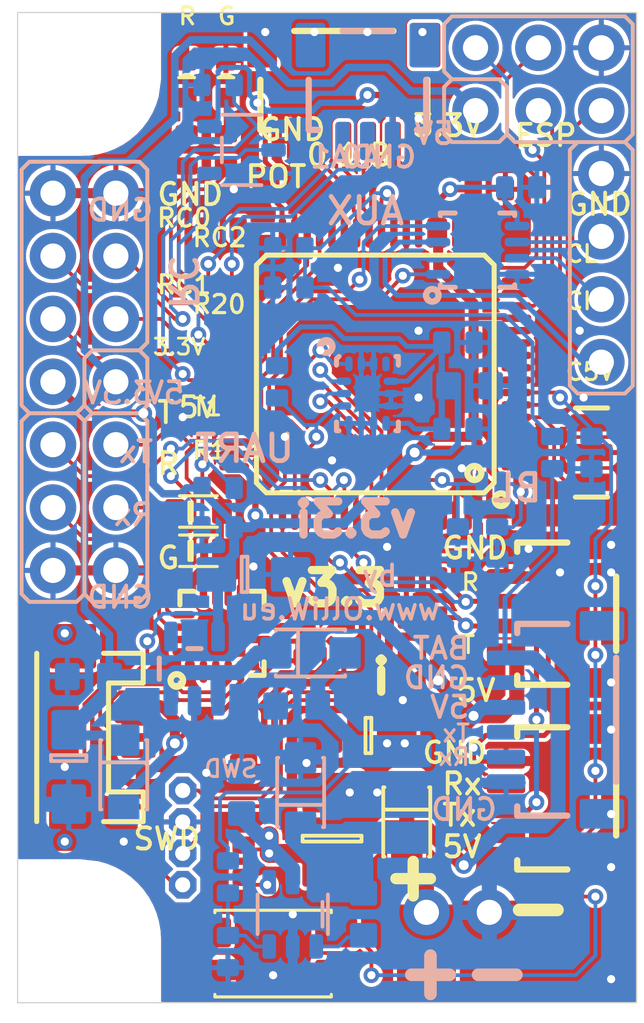
<source format=kicad_pcb>
(kicad_pcb (version 20241229) (generator "pcbnew") (generator_version "9.0")
  (layers (0 "F.Cu" signal) (2 "B.Cu" signal) (13 "F.Paste" user) (15 "B.Paste" user) (5 "F.SilkS" user "F.Silkscreen") (7 "B.SilkS" user "B.Silkscreen") (1 "F.Mask" user) (3 "B.Mask" user) (25 "Edge.Cuts" user))
  (net 0 "")
  (net 1 "VCC")
  (net 2 "3.3V")
  (net 3 "LIPO")
  (net 4 "AUX0")
  (net 5 "AUX1")
  (net 6 "RC2")
  (net 7 "RC1/TX3")
  (net 8 "RC0/RX3")
  (net 9 "LED0")
  (net 10 "LED1")
  (net 11 "NRST")
  (net 12 "BOOT0")
  (net 13 "SWCLK")
  (net 14 "SWDIO")
  (net 15 "N$8")
  (net 16 "N$9")
  (net 17 "VUSB")
  (net 18 "N$11")
  (net 19 "N$12")
  (net 20 "RC2-0")
  (net 21 "BUT")
  (net 22 "POT0")
  (net 23 "POT1")
  (net 24 "BATP")
  (net 25 "+5V")
  (net 26 "NT-RX")
  (net 27 "NT-TX")
  (net 28 "TX1")
  (net 29 "RX1")
  (net 30 "MISO3")
  (net 31 "SCK3")
  (net 32 "MOSI3")
  (net 33 "CS")
  (net 34 "TX5")
  (net 35 "RX5")
  (net 36 "GND")
  (net 37 "N$2")
  (net 38 "N$1")
  (net 39 "RC0-IN")
  (net 40 "XOR")
  (net 41 "N$4")
  (net 42 "N$5")
  (net 43 "N$6")
  (net 44 "N$18")
  (net 45 "3.3V-CP2102")
  (net 46 "CANRX")
  (net 47 "CANTX")
  (net 48 "CANL")
  (net 49 "CANH")
  (net 50 "5V-CAN-RAW")
  (net 51 "5V-SR")
  (net 52 "N$7")
  (net 53 "N$13")
  (net 54 "N$14")
  (net 55 "N$15")
  (net 56 "N$16")
  (net 57 "N$17")
  (net 58 "TX2")
  (net 59 "RX2")
  (net 60 "ESPGPIO0")
  (net 61 "ESPRST")
  (net 62 "INT")
  (footprint "STorM32 NT BGC v333i:SM05B-SRSS-TB" (layer "F.Cu") (at 149.17735 87.2211 180)
    (property "Reference" "JP7" (hide yes))
    (property "Value" "POT/BUT" (hide yes))
  )
  (footprint "STorM32 NT BGC v333i:SOD123W-DIODE" (layer "F.Cu") (at 151.71735 117.7011 90)
    (property "Reference" "D1" (hide yes))
    (property "Value" "PMEG3010ER" (hide yes))
  )
  (footprint "STorM32 NT BGC v333i:C0402" (layer "F.Cu") (at 149.17735 110.3986 -90)
    (property "Reference" "C14" (hide yes))
    (property "Value" "100n")
  )
  (footprint "STorM32 NT BGC v333i:1X03_NO_SILK" (layer "F.Cu") (at 159.575475 86.42735 180)
    (property "Reference" "JP12" (hide yes))
    (property "Value" "UART2" (hide yes))
  )
  (footprint "STorM32 NT BGC v333i:CHIPLED_0603" (layer "F.Cu") (at 144.41485 87.69735)
    (property "Reference" "LED1" (hide yes))
    (property "Value" "green")
  )
  (footprint "STorM32 NT BGC v333i:R0402" (layer "F.Cu") (at 142.82735 90.55485 90)
    (property "Reference" "R13" (hide yes))
    (property "Value" "4.7k")
  )
  (footprint "STorM32 NT BGC v333i:QFN20-CP2102N" (layer "F.Cu") (at 144.2561 110.0811 90)
    (property "Reference" "IC4" (hide yes))
    (property "Value" "CP2102N-A01-GQFN20" (hide yes))
  )
  (footprint "STorM32 NT BGC v333i:SOD110-R" (layer "F.Cu") (at 143.3036 106.74735)
    (property "Reference" "D5" (hide yes))
    (property "Value" "BAT54J" (hide yes))
  )
  (footprint "STorM32 NT BGC v333i:R0402" (layer "F.Cu") (at 152.35235 109.4461 180)
    (property "Reference" "R11" (hide yes))
    (property "Value" "2.2k")
  )
  (footprint "STorM32 NT BGC v333i:1X03_NO_SILK" (layer "F.Cu") (at 154.495475 88.96735)
    (property "Reference" "JP13" (hide yes))
    (property "Value" "ESP" (hide yes))
  )
  (footprint "STorM32 NT BGC v333i:1X03_NO_SILK" (layer "F.Cu") (at 139.96985 107.5411 90)
    (property "Reference" "JP4" (hide yes))
    (property "Value" "UART1" (hide yes))
  )
  (footprint "STorM32 NT BGC v333i:1X04_NO_SILK" (layer "F.Cu") (at 139.96985 92.3011 -90)
    (property "Reference" "JP3" (hide yes))
    (property "Value" "RC2" (hide yes))
  )
  (footprint "STorM32 NT BGC v333i:1X04_NO_SILK" (layer "F.Cu") (at 159.575475 91.50735 -90)
    (property "Reference" "JP6" (hide yes))
    (property "Value" "RC2" (hide yes))
  )
  (footprint "STorM32 NT BGC v333i:CHIPLED_0603" (layer "F.Cu") (at 142.82735 87.69735)
    (property "Reference" "LED2" (hide yes))
    (property "Value" "red")
  )
  (footprint "STorM32 NT BGC v333i:USB-MICROB" (layer "F.Cu") (at 138.2236 114.287975 -90)
    (property "Reference" "USB0" (hide yes))
    (property "Value" "Amphenol 10118192-0001LF" (hide yes))
  )
  (footprint "STorM32 NT BGC v333i:R0402" (layer "F.Cu") (at 152.35235 107.8586 180)
    (property "Reference" "R10" (hide yes))
    (property "Value" "2.2k")
  )
  (footprint "STorM32 NT BGC v333i:C0402" (layer "F.Cu") (at 152.35235 111.0336 180)
    (property "Reference" "C19" (hide yes))
    (property "Value" "100n")
  )
  (footprint "STorM32 NT BGC v333i:SMC_A" (layer "F.Cu") (at 149.81235 114.2086 180)
    (property "Reference" "C23" (hide yes))
    (property "Value" "10u/10V")
  )
  (footprint "STorM32 NT BGC v333i:RESONATOR-SMD" (layer "F.Cu") (at 159.1786 102.7786 -90)
    (property "Reference" "Q1" (hide yes))
    (property "Value" "CSTCE8M00G55-R0" (hide yes))
  )
  (footprint "STorM32 NT BGC v333i:TACTILE-SWITCH-SMD-RIGHT-TL1014" (layer "F.Cu") (at 146.31985 123.019225)
    (property "Reference" "RESET0" (hide yes))
    (property "Value" "TL1014AF160QG" (hide yes))
  )
  (footprint "STorM32 NT BGC v333i:SOD110-R" (layer "F.Cu") (at 143.3036 105.15985)
    (property "Reference" "D6" (hide yes))
    (property "Value" "BAT54J" (hide yes))
  )
  (footprint "STorM32 NT BGC v333i:SMC_B" (layer "F.Cu") (at 148.7011 118.0186 90)
    (property "Reference" "C1" (hide yes))
    (property "Value" "10u/35V")
  )
  (footprint "STorM32 NT BGC v333i:TQFP64" (layer "F.Cu") (at 150.44735 99.6036 180)
    (property "Reference" "IC1" (hide yes))
    (property "Value" "STM32F103RCT6" (hide yes))
  )
  (footprint "STorM32 NT BGC v333i:1X1_WITHOUT" (layer "F.Cu") (at 152.5111 121.35235 90)
    (property "Reference" "BAT+0" (hide yes))
    (property "Value" "")
  )
  (footprint "STorM32 NT BGC v333i:SM04B-SRSS-TB" (layer "F.Cu") (at 158.70235 109.28735 90)
    (property "Reference" "JP10" (hide yes))
    (property "Value" "NT" (hide yes))
  )
  (footprint "STorM32 NT BGC v333i:1X04_NO_SILK" (layer "F.Cu") (at 137.42985 92.3011 -90)
    (property "Reference" "JP2" (hide yes))
    (property "Value" "RC" (hide yes))
  )
  (footprint "STorM32 NT BGC v333i:1X1_WITHOUT" (layer "F.Cu") (at 155.0511 121.35235)
    (property "Reference" "BAT-0" (hide yes))
    (property "Value" "")
  )
  (footprint "STorM32 NT BGC v333i:R0402" (layer "F.Cu") (at 147.58985 110.3986 90)
    (property "Reference" "R4" (hide yes))
    (property "Value" "1k")
  )
  (footprint "STorM32 NT BGC v333i:C0402" (layer "F.Cu") (at 144.2561 93.72985 180)
    (property "Reference" "C9" (hide yes))
    (property "Value" "100n")
  )
  (footprint "STorM32 NT BGC v333i:C0603" (layer "F.Cu") (at 145.129225 114.605475 -90)
    (property "Reference" "C15" (hide yes))
    (property "Value" "4.7u")
  )
  (footprint "STorM32 NT BGC v333i:SM04B-SRSS-TB" (layer "F.Cu") (at 158.70235 116.7486 90)
    (property "Reference" "JP11" (hide yes))
    (property "Value" "NT" (hide yes))
  )
  (footprint "STorM32 NT BGC v333i:C0402" (layer "F.Cu") (at 155.0511 92.14235)
    (property "Reference" "C11" (hide yes))
    (property "Value" "100n")
  )
  (footprint "STorM32 NT BGC v333i:1X03_NO_SILK" (layer "F.Cu") (at 137.42985 107.5411 90)
    (property "Reference" "JP5" (hide yes))
    (property "Value" "UART#2" (hide yes))
  )
  (footprint "STorM32 NT BGC v333i:dummyfp1" (layer "F.Cu") (at 138.5011 87.5036)
    (property "Reference" "UNK_HOLE_1" (hide yes))
    (property "Value" "")
  )
  (footprint "STorM32 NT BGC v333i:dummyfp0" (layer "F.Cu") (at 138.5011 122.5036)
    (property "Reference" "UNK_HOLE_0" (hide yes))
    (property "Value" "")
  )
  (footprint "STorM32 NT BGC v333i:4X1_1P27_OCT_BILEX" (layer "F.Cu") (at 142.6686 120.2411 180)
    (property "Reference" "JP1" (hide yes))
    (property "Value" "SWD" (hide yes))
  )
  (footprint "STorM32 NT BGC v333i:C0402" (layer "F.Cu") (at 143.46235 114.04985 -90)
    (property "Reference" "C20" (hide yes))
    (property "Value" "100n")
  )
  (footprint "STorM32 NT BGC v333i:R0402" (layer "F.Cu") (at 145.129225 119.2886 90)
    (property "Reference" "R5" (hide yes))
    (property "Value" "10k")
  )
  (footprint "STorM32 NT BGC v333i:R0402" (layer "F.Cu") (at 144.41485 90.55485 90)
    (property "Reference" "R12" (hide yes))
    (property "Value" "2.2k")
  )
  (footprint "STorM32 NT BGC v333i:C0402" (layer "F.Cu") (at 156.9561 105.3186)
    (property "Reference" "C8" (hide yes))
    (property "Value" "100n")
  )
  (footprint "STorM32 NT BGC v333i:R0402" (layer "B.Cu") (at 144.09735 104.20735 180)
    (property "Reference" "R16" (hide yes))
    (property "Value" "10k")
  )
  (footprint "STorM32 NT BGC v333i:HVSON8" (layer "B.Cu") (at 154.57485 94.602975)
    (property "Reference" "IC7" (hide yes))
    (property "Value" "TJA1051TK/3" (hide yes))
  )
  (footprint "STorM32 NT BGC v333i:C0402" (layer "B.Cu") (at 153.7811 101.8261)
    (property "Reference" "C17" (hide yes))
    (property "Value" "100n")
  )
  (footprint "STorM32 NT BGC v333i:LGA14-2.5X3" (layer "B.Cu") (at 150.12985 100.39735 -90)
    (property "Reference" "IC6" (hide yes))
    (property "Value" "ICM42605" (hide yes))
  )
  (footprint "STorM32 NT BGC v333i:SMC_A" (layer "B.Cu") (at 138.06485 115.4786 -90)
    (property "Reference" "C4" (hide yes))
    (property "Value" "10u/10V")
  )
  (footprint "STorM32 NT BGC v333i:SOD123W-DIODE" (layer "B.Cu") (at 147.4311 116.510475 -90)
    (property "Reference" "D4" (hide yes))
    (property "Value" "PMEG3010ER" (hide yes))
  )
  (footprint "STorM32 NT BGC v333i:SOD123W-DIODE" (layer "B.Cu") (at 147.827975 110.87485 180)
    (property "Reference" "D2" (hide yes))
    (property "Value" "PMEG3010ER" (hide yes))
  )
  (footprint "STorM32 NT BGC v333i:R0402" (layer "B.Cu") (at 157.5911 102.7786 90)
    (property "Reference" "R8" (hide yes))
    (property "Value" "15k")
  )
  (footprint "STorM32 NT BGC v333i:C0402" (layer "B.Cu") (at 144.09735 105.79485 180)
    (property "Reference" "C6" (hide yes))
    (property "Value" "100n")
  )
  (footprint "STorM32 NT BGC v333i:C0402" (layer "B.Cu") (at 156.3211 92.062975)
    (property "Reference" "C21" (hide yes))
    (property "Value" "100n")
  )
  (footprint "STorM32 NT BGC v333i:SOT23-5" (layer "B.Cu") (at 143.14485 111.50985 180)
    (property "Reference" "IC2" (hide yes))
    (property "Value" "TC1185-3.3VCT713" (hide yes))
  )
  (footprint "STorM32 NT BGC v333i:R0402" (layer "B.Cu") (at 144.494225 122.93985 90)
    (property "Reference" "R6" (hide yes))
    (property "Value" "1k")
  )
  (footprint "STorM32 NT BGC v333i:C0603" (layer "B.Cu") (at 154.25735 100.07985)
    (property "Reference" "C16" (hide yes))
    (property "Value" "2.2u")
  )
  (footprint "STorM32 NT BGC v333i:R0402" (layer "B.Cu") (at 144.09735 87.935475)
    (property "Reference" "R14" (hide yes))
    (property "Value" "10k")
  )
  (footprint "STorM32 NT BGC v333i:SOD123W-DIODE" (layer "B.Cu") (at 140.28735 115.7961 90)
    (property "Reference" "D3" (hide yes))
    (property "Value" "PMEG3010ER" (hide yes))
  )
  (footprint "STorM32 NT BGC v333i:R0402" (layer "B.Cu") (at 144.494225 119.9236 90)
    (property "Reference" "R7" (hide yes))
    (property "Value" "5.62k")
  )
  (footprint "STorM32 NT BGC v333i:SM06B-SRSS-TB" (layer "B.Cu") (at 158.70235 113.5736 -90)
    (property "Reference" "JP9" (hide yes))
    (property "Value" "NT-X")
  )
  (footprint "STorM32 NT BGC v333i:SMC_A" (layer "B.Cu") (at 145.5261 107.69985)
    (property "Reference" "C7" (hide yes))
    (property "Value" "10u/6.3V")
  )
  (footprint "STorM32 NT BGC v333i:SOT23-6" (layer "B.Cu") (at 147.1136 121.431725 180)
    (property "Reference" "IC3" (hide yes))
    (property "Value" "LMR14206" (hide yes))
  )
  (footprint "STorM32 NT BGC v333i:C0402" (layer "B.Cu") (at 159.1786 102.7786 -90)
    (property "Reference" "C12" (hide yes))
    (property "Value" "100n")
  )
  (footprint "STorM32 NT BGC v333i:C0603" (layer "B.Cu") (at 138.8586 111.82735 180)
    (property "Reference" "C5" (hide yes))
    (property "Value" "100n")
  )
  (footprint "STorM32 NT BGC v333i:C0402" (layer "B.Cu") (at 146.95485 96.1111 180)
    (property "Reference" "C13" (hide yes))
    (property "Value" "100n")
  )
  (footprint "STorM32 NT BGC v333i:R0402" (layer "B.Cu") (at 146.95485 94.5236)
    (property "Reference" "R9" (hide yes))
    (property "Value" "1.5k")
  )
  (footprint "STorM32 NT BGC v333i:C0402" (layer "B.Cu") (at 153.7811 98.3336)
    (property "Reference" "C18" (hide yes))
    (property "Value" "10n")
  )
  (footprint "STorM32 NT BGC v333i:C0603" (layer "B.Cu") (at 149.9711 121.431725 90)
    (property "Reference" "C3" (hide yes))
    (property "Value" "1u")
  )
  (footprint "STorM32 NT BGC v333i:C0603" (layer "B.Cu") (at 145.04985 116.510475 90)
    (property "Reference" "C2" (hide yes))
    (property "Value" "1u/25V")
  )
  (footprint "STorM32 NT BGC v333i:SJ_2S-NO" (layer "B.Cu") (at 155.130475 104.0486)
    (property "Reference" "BL0" (hide yes))
    (property "Value" "BOOT0" (hide yes))
  )
  (footprint "STorM32 NT BGC v333i:R0402" (layer "B.Cu") (at 146.4786 99.9211 90)
    (property "Reference" "R15" (hide yes))
    (property "Value" "10k")
  )
  (footprint "STorM32 NT BGC v333i:SM03B-SRSS-TB" (layer "B.Cu") (at 150.12985 87.2211)
    (property "Reference" "JP8" (hide yes))
    (property "Value" "AUX" (hide yes))
  )
  (footprint "STorM32 NT BGC v333i:C0402" (layer "B.Cu") (at 155.3686 106.42985 -90)
    (property "Reference" "C10" (hide yes))
    (property "Value" "100n")
  )
  (footprint "STorM32 NT BGC v333i:SOT23-5-VER1" (layer "B.Cu") (at 145.04985 90.55485 -90)
    (property "Reference" "IC5" (hide yes))
    (property "Value" "74AHC1G86" (hide yes))
  )
  (footprint "STorM32 NT BGC v333i:C0603" (layer "B.Cu") (at 147.27235 113.017975 180)
    (property "Reference" "C22" (hide yes))
    (property "Value" "1u")
  )
  (footprint "STorM32 NT BGC v333i:L4X4" (layer "B.Cu") (at 150.9236 116.58985 -90)
    (property "Reference" "L1" (hide yes))
    (property "Value" "LPS4018-103MRC")
  )
  (footprint "STorM32 NT BGC v333i:R0402" (layer "B.Cu") (at 153.7811 106.42985 -90)
    (property "Reference" "R1" (hide yes))
    (property "Value" "10k")
  )
  (gr_line (start 153.225475 87.37985) (end 153.542975 87.69735) (stroke (width 0.1524)) (layer "F.SilkS"))
  (gr_line (start 140.92235 91.0311) (end 141.23985 91.3486) (stroke (width 0.1524)) (layer "F.SilkS"))
  (gr_line (start 155.765475 89.91985) (end 156.082975 90.23735) (stroke (width 0.1524)) (layer "F.SilkS"))
  (gr_line (start 138.38235 108.8111) (end 136.47735 108.8111) (stroke (width 0.1524)) (layer "F.SilkS"))
  (gr_line (start 150.2886 114.922975) (end 150.050475 114.922975) (stroke (width 0.1524)) (layer "F.SilkS"))
  (gr_line (start 138.69985 108.4936) (end 138.69985 101.5086) (stroke (width 0.1524)) (layer "F.SilkS"))
  (gr_line (start 138.69985 101.5086) (end 139.01735 101.1911) (stroke (width 0.1524)) (layer "F.SilkS"))
  (gr_line (start 153.225475 88.01485) (end 153.542975 87.69735) (stroke (width 0.1524)) (layer "F.SilkS"))
  (gr_line (start 138.38235 101.1911) (end 138.69985 101.5086) (stroke (width 0.1524)) (layer "F.SilkS"))
  (gr_line (start 158.622975 90.23735) (end 160.527975 90.23735) (stroke (width 0.1524)) (layer "F.SilkS"))
  (gr_line (start 139.01735 101.1911) (end 138.69985 100.8736) (stroke (width 0.1524)) (layer "F.SilkS"))
  (gr_line (start 136.15985 91.3486) (end 136.47735 91.0311) (stroke (width 0.1524)) (layer "F.SilkS"))
  (gr_line (start 147.510475 118.49485) (end 147.510475 118.256725) (stroke (width 0.1524)) (layer "F.SilkS"))
  (gr_line (start 138.69985 98.9686) (end 139.01735 98.6511) (stroke (width 0.1524)) (layer "F.SilkS"))
  (gr_line (start 141.23985 91.3486) (end 141.23985 98.3336) (stroke (width 0.1524)) (layer "F.SilkS"))
  (gr_line (start 156.082975 90.23735) (end 158.622975 90.23735) (stroke (width 0.1524)) (layer "F.SilkS"))
  (gr_line (start 140.92235 98.6511) (end 141.23985 98.3336) (stroke (width 0.1524)) (layer "F.SilkS"))
  (gr_line (start 140.92235 108.8111) (end 139.01735 108.8111) (stroke (width 0.1524)) (layer "F.SilkS"))
  (gr_circle (center 142.430475 111.9861) (end 142.684475 111.9861) (stroke (width 0.254)) (fill no) (layer "F.SilkS"))
  (gr_line (start 140.92235 101.1911) (end 141.23985 101.5086) (stroke (width 0.1524)) (layer "F.SilkS"))
  (gr_line (start 139.01735 98.6511) (end 140.92235 98.6511) (stroke (width 0.1524)) (layer "F.SilkS"))
  (gr_line (start 138.38235 101.1911) (end 138.69985 100.8736) (stroke (width 0.1524)) (layer "F.SilkS"))
  (gr_line (start 139.01735 108.8111) (end 138.69985 108.4936) (stroke (width 0.1524)) (layer "F.SilkS"))
  (gr_line (start 155.447975 87.69735) (end 155.765475 88.01485) (stroke (width 0.1524)) (layer "F.SilkS"))
  (gr_line (start 153.225475 87.37985) (end 153.225475 85.47485) (stroke (width 0.1524)) (layer "F.SilkS"))
  (gr_line (start 141.23985 98.9686) (end 140.92235 98.6511) (stroke (width 0.1524)) (layer "F.SilkS"))
  (gr_line (start 147.510475 118.256725) (end 149.891725 118.256725) (stroke (width 0.1524)) (layer "F.SilkS"))
  (gr_line (start 136.47735 101.1911) (end 136.15985 100.8736) (stroke (width 0.1524)) (layer "F.SilkS"))
  (gr_line (start 140.92235 101.1911) (end 139.01735 101.1911) (stroke (width 0.1524)) (layer "F.SilkS"))
  (gr_line (start 150.2886 113.494225) (end 150.2886 114.922975) (stroke (width 0.1524)) (layer "F.SilkS"))
  (gr_line (start 138.38235 101.1911) (end 136.47735 101.1911) (stroke (width 0.1524)) (layer "F.SilkS"))
  (gr_line (start 160.845475 90.55485) (end 160.845475 100.07985) (stroke (width 0.1524)) (layer "F.SilkS"))
  (gr_line (start 136.15985 101.5086) (end 136.47735 101.1911) (stroke (width 0.1524)) (layer "F.SilkS"))
  (gr_line (start 136.47735 91.0311) (end 140.92235 91.0311) (stroke (width 0.1524)) (layer "F.SilkS"))
  (gr_line (start 160.527975 85.15735) (end 160.845475 85.47485) (stroke (width 0.1524)) (layer "F.SilkS"))
  (gr_line (start 158.305475 90.55485) (end 158.622975 90.23735) (stroke (width 0.1524)) (layer "F.SilkS"))
  (gr_line (start 141.23985 108.4936) (end 141.23985 101.5086) (stroke (width 0.1524)) (layer "F.SilkS"))
  (gr_line (start 141.23985 100.8736) (end 140.92235 101.1911) (stroke (width 0.1524)) (layer "F.SilkS"))
  (gr_line (start 153.225475 89.91985) (end 153.542975 90.23735) (stroke (width 0.1524)) (layer "F.SilkS"))
  (gr_line (start 160.527975 90.23735) (end 160.845475 90.55485) (stroke (width 0.1524)) (layer "F.SilkS"))
  (gr_line (start 158.305475 90.55485) (end 158.305475 100.07985) (stroke (width 0.1524)) (layer "F.SilkS"))
  (gr_line (start 149.891725 118.49485) (end 147.510475 118.49485) (stroke (width 0.1524)) (layer "F.SilkS"))
  (gr_line (start 150.050475 114.922975) (end 150.050475 113.494225) (stroke (width 0.1524)) (layer "F.SilkS"))
  (gr_line (start 158.622975 100.39735) (end 158.305475 100.07985) (stroke (width 0.1524)) (layer "F.SilkS"))
  (gr_line (start 141.23985 108.4936) (end 140.92235 108.8111) (stroke (width 0.1524)) (layer "F.SilkS"))
  (gr_line (start 138.69985 98.9686) (end 138.69985 100.8736) (stroke (width 0.1524)) (layer "F.SilkS"))
  (gr_line (start 160.845475 89.91985) (end 160.845475 85.47485) (stroke (width 0.1524)) (layer "F.SilkS"))
  (gr_line (start 149.891725 118.256725) (end 149.891725 118.49485) (stroke (width 0.1524)) (layer "F.SilkS"))
  (gr_line (start 155.447975 90.23735) (end 155.765475 89.91985) (stroke (width 0.1524)) (layer "F.SilkS"))
  (gr_line (start 136.47735 108.8111) (end 136.15985 108.4936) (stroke (width 0.1524)) (layer "F.SilkS"))
  (gr_line (start 136.15985 100.8736) (end 136.15985 91.3486) (stroke (width 0.1524)) (layer "F.SilkS"))
  (gr_line (start 153.225475 89.91985) (end 153.225475 88.01485) (stroke (width 0.1524)) (layer "F.SilkS"))
  (gr_line (start 153.542975 85.15735) (end 160.527975 85.15735) (stroke (width 0.1524)) (layer "F.SilkS"))
  (gr_line (start 153.542975 87.69735) (end 155.447975 87.69735) (stroke (width 0.1524)) (layer "F.SilkS"))
  (gr_circle (center 155.52735 104.6836) (end 155.78135 104.6836) (stroke (width 0.254)) (fill no) (layer "F.SilkS"))
  (gr_line (start 136.15985 108.4936) (end 136.15985 101.5086) (stroke (width 0.1524)) (layer "F.SilkS"))
  (gr_line (start 160.527975 90.23735) (end 160.845475 89.91985) (stroke (width 0.1524)) (layer "F.SilkS"))
  (gr_line (start 160.527975 100.39735) (end 158.622975 100.39735) (stroke (width 0.1524)) (layer "F.SilkS"))
  (gr_line (start 138.69985 108.4936) (end 138.38235 108.8111) (stroke (width 0.1524)) (layer "F.SilkS"))
  (gr_line (start 153.225475 85.47485) (end 153.542975 85.15735) (stroke (width 0.1524)) (layer "F.SilkS"))
  (gr_line (start 153.542975 90.23735) (end 155.447975 90.23735) (stroke (width 0.1524)) (layer "F.SilkS"))
  (gr_line (start 150.050475 113.494225) (end 150.2886 113.494225) (stroke (width 0.1524)) (layer "F.SilkS"))
  (gr_line (start 155.765475 89.91985) (end 155.765475 88.01485) (stroke (width 0.1524)) (layer "F.SilkS"))
  (gr_line (start 160.845475 100.07985) (end 160.527975 100.39735) (stroke (width 0.1524)) (layer "F.SilkS"))
  (gr_line (start 141.23985 98.9686) (end 141.23985 100.8736) (stroke (width 0.1524)) (layer "F.SilkS"))
  (gr_line (start 136.47735 101.1911) (end 138.38235 101.1911) (stroke (width 0.1524)) (layer "B.SilkS"))
  (gr_line (start 160.845475 89.91985) (end 160.527975 90.23735) (stroke (width 0.1524)) (layer "B.SilkS"))
  (gr_line (start 155.765475 88.01485) (end 155.447975 87.69735) (stroke (width 0.1524)) (layer "B.SilkS"))
  (gr_line (start 155.765475 88.01485) (end 155.765475 89.91985) (stroke (width 0.1524)) (layer "B.SilkS"))
  (gr_line (start 139.01735 108.8111) (end 140.92235 108.8111) (stroke (width 0.1524)) (layer "B.SilkS"))
  (gr_line (start 141.23985 98.3336) (end 141.23985 91.3486) (stroke (width 0.1524)) (layer "B.SilkS"))
  (gr_line (start 158.622975 90.23735) (end 156.082975 90.23735) (stroke (width 0.1524)) (layer "B.SilkS"))
  (gr_line (start 136.15985 108.4936) (end 136.47735 108.8111) (stroke (width 0.1524)) (layer "B.SilkS"))
  (gr_line (start 136.15985 100.8736) (end 136.47735 101.1911) (stroke (width 0.1524)) (layer "B.SilkS"))
  (gr_line (start 136.15985 108.4936) (end 136.15985 101.5086) (stroke (width 0.1524)) (layer "B.SilkS"))
  (gr_line (start 138.69985 100.8736) (end 138.38235 101.1911) (stroke (width 0.1524)) (layer "B.SilkS"))
  (gr_line (start 153.542975 85.15735) (end 153.225475 85.47485) (stroke (width 0.1524)) (layer "B.SilkS"))
  (gr_line (start 160.845475 90.55485) (end 160.845475 100.07985) (stroke (width 0.1524)) (layer "B.SilkS"))
  (gr_circle (center 152.749225 96.4286) (end 153.003225 96.4286) (stroke (width 0.254)) (fill no) (layer "B.SilkS"))
  (gr_line (start 138.69985 100.8736) (end 139.01735 101.1911) (stroke (width 0.1524)) (layer "B.SilkS"))
  (gr_line (start 137.350475 115.240475) (end 137.350475 115.00235) (stroke (width 0.1524)) (layer "B.SilkS"))
  (gr_line (start 160.527975 85.15735) (end 153.542975 85.15735) (stroke (width 0.1524)) (layer "B.SilkS"))
  (gr_line (start 158.622975 100.39735) (end 160.527975 100.39735) (stroke (width 0.1524)) (layer "B.SilkS"))
  (gr_line (start 156.082975 90.23735) (end 155.765475 89.91985) (stroke (width 0.1524)) (layer "B.SilkS"))
  (gr_line (start 155.447975 90.23735) (end 153.542975 90.23735) (stroke (width 0.1524)) (layer "B.SilkS"))
  (gr_line (start 145.04985 108.414225) (end 145.04985 106.985475) (stroke (width 0.1524)) (layer "B.SilkS"))
  (gr_line (start 153.225475 88.01485) (end 153.225475 89.91985) (stroke (width 0.1524)) (layer "B.SilkS"))
  (gr_line (start 158.305475 90.55485) (end 158.305475 100.07985) (stroke (width 0.1524)) (layer "B.SilkS"))
  (gr_line (start 160.527975 100.39735) (end 160.845475 100.07985) (stroke (width 0.1524)) (layer "B.SilkS"))
  (gr_line (start 145.04985 106.985475) (end 145.287975 106.985475) (stroke (width 0.1524)) (layer "B.SilkS"))
  (gr_line (start 160.527975 90.23735) (end 158.622975 90.23735) (stroke (width 0.1524)) (layer "B.SilkS"))
  (gr_line (start 160.845475 85.47485) (end 160.845475 89.91985) (stroke (width 0.1524)) (layer "B.SilkS"))
  (gr_line (start 145.287975 106.985475) (end 145.287975 108.414225) (stroke (width 0.1524)) (layer "B.SilkS"))
  (gr_line (start 138.779225 115.240475) (end 137.350475 115.240475) (stroke (width 0.1524)) (layer "B.SilkS"))
  (gr_line (start 155.765475 89.91985) (end 155.447975 90.23735) (stroke (width 0.1524)) (layer "B.SilkS"))
  (gr_line (start 138.38235 108.8111) (end 138.69985 108.4936) (stroke (width 0.1524)) (layer "B.SilkS"))
  (gr_line (start 139.01735 101.1911) (end 140.92235 101.1911) (stroke (width 0.1524)) (layer "B.SilkS"))
  (gr_line (start 140.92235 91.0311) (end 136.47735 91.0311) (stroke (width 0.1524)) (layer "B.SilkS"))
  (gr_line (start 160.845475 85.47485) (end 160.527975 85.15735) (stroke (width 0.1524)) (layer "B.SilkS"))
  (gr_line (start 140.92235 108.8111) (end 141.23985 108.4936) (stroke (width 0.1524)) (layer "B.SilkS"))
  (gr_line (start 155.447975 87.69735) (end 153.542975 87.69735) (stroke (width 0.1524)) (layer "B.SilkS"))
  (gr_line (start 139.01735 101.1911) (end 138.69985 101.5086) (stroke (width 0.1524)) (layer "B.SilkS"))
  (gr_line (start 153.225475 85.47485) (end 153.225475 87.37985) (stroke (width 0.1524)) (layer "B.SilkS"))
  (gr_line (start 141.23985 108.4936) (end 141.23985 101.5086) (stroke (width 0.1524)) (layer "B.SilkS"))
  (gr_line (start 138.779225 115.00235) (end 138.779225 115.240475) (stroke (width 0.1524)) (layer "B.SilkS"))
  (gr_line (start 138.69985 108.4936) (end 138.69985 101.5086) (stroke (width 0.1524)) (layer "B.SilkS"))
  (gr_line (start 153.542975 90.23735) (end 153.225475 89.91985) (stroke (width 0.1524)) (layer "B.SilkS"))
  (gr_line (start 136.47735 101.1911) (end 136.15985 101.5086) (stroke (width 0.1524)) (layer "B.SilkS"))
  (gr_line (start 141.23985 98.3336) (end 140.92235 98.6511) (stroke (width 0.1524)) (layer "B.SilkS"))
  (gr_line (start 153.542975 87.69735) (end 153.225475 87.37985) (stroke (width 0.1524)) (layer "B.SilkS"))
  (gr_line (start 158.305475 100.07985) (end 158.622975 100.39735) (stroke (width 0.1524)) (layer "B.SilkS"))
  (gr_line (start 140.92235 98.6511) (end 141.23985 98.9686) (stroke (width 0.1524)) (layer "B.SilkS"))
  (gr_line (start 138.69985 100.8736) (end 138.69985 98.9686) (stroke (width 0.1524)) (layer "B.SilkS"))
  (gr_line (start 140.92235 98.6511) (end 139.01735 98.6511) (stroke (width 0.1524)) (layer "B.SilkS"))
  (gr_line (start 153.542975 87.69735) (end 153.225475 88.01485) (stroke (width 0.1524)) (layer "B.SilkS"))
  (gr_line (start 158.622975 90.23735) (end 158.305475 90.55485) (stroke (width 0.1524)) (layer "B.SilkS"))
  (gr_circle (center 148.462975 98.49235) (end 148.716975 98.49235) (stroke (width 0.254)) (fill no) (layer "B.SilkS"))
  (gr_line (start 141.23985 101.5086) (end 140.92235 101.1911) (stroke (width 0.1524)) (layer "B.SilkS"))
  (gr_line (start 136.47735 108.8111) (end 138.38235 108.8111) (stroke (width 0.1524)) (layer "B.SilkS"))
  (gr_line (start 138.69985 108.4936) (end 139.01735 108.8111) (stroke (width 0.1524)) (layer "B.SilkS"))
  (gr_line (start 138.69985 101.5086) (end 138.38235 101.1911) (stroke (width 0.1524)) (layer "B.SilkS"))
  (gr_line (start 137.350475 115.00235) (end 138.779225 115.00235) (stroke (width 0.1524)) (layer "B.SilkS"))
  (gr_line (start 136.47735 91.0311) (end 136.15985 91.3486) (stroke (width 0.1524)) (layer "B.SilkS"))
  (gr_line (start 140.92235 101.1911) (end 141.23985 100.8736) (stroke (width 0.1524)) (layer "B.SilkS"))
  (gr_line (start 141.23985 100.8736) (end 141.23985 98.9686) (stroke (width 0.1524)) (layer "B.SilkS"))
  (gr_line (start 160.845475 90.55485) (end 160.527975 90.23735) (stroke (width 0.1524)) (layer "B.SilkS"))
  (gr_line (start 145.287975 108.414225) (end 145.04985 108.414225) (stroke (width 0.1524)) (layer "B.SilkS"))
  (gr_line (start 136.15985 91.3486) (end 136.15985 100.8736) (stroke (width 0.1524)) (layer "B.SilkS"))
  (gr_line (start 141.23985 91.3486) (end 140.92235 91.0311) (stroke (width 0.1524)) (layer "B.SilkS"))
  (gr_line (start 139.01735 98.6511) (end 138.69985 98.9686) (stroke (width 0.1524)) (layer "B.SilkS"))
  (gr_line (start 136.0011 125.0036) (end 136.0011 85.0036) (stroke (width 0.05)) (layer "Edge.Cuts"))
  (gr_line (start 136.0011 85.0036) (end 161.0011 85.0036) (stroke (width 0.05)) (layer "Edge.Cuts"))
  (gr_line (start 161.0011 85.0036) (end 161.0011 125.0036) (stroke (width 0.05)) (layer "Edge.Cuts"))
  (gr_line (start 161.0011 125.0036) (end 136.0011 125.0036) (stroke (width 0.05)) (layer "Edge.Cuts"))
  (gr_text "POT" (at 147.7486 92.14235 0) (layer "F.SilkS") (effects (font (size 0.8636 0.8636) (thickness 0.1524)) (justify right bottom)))
  (gr_text "5V" (at 144.105925 101.428857 0) (layer "F.SilkS") (effects (font (size 0.82042 0.82042) (thickness 0.14478)) (justify right bottom)))
  (gr_text "RC0" (at 141.55735 93.72985 0) (layer "F.SilkS") (effects (font (size 0.73406 0.73406) (thickness 0.12954)) (justify left bottom)))
  (gr_text "T" (at 153.860475 110.954225 0) (layer "F.SilkS") (effects (font (size 0.69088 0.69088) (thickness 0.12192)) (justify left bottom)))
  (gr_text "SWD" (at 143.46235 118.891725 0) (layer "F.SilkS") (effects (font (size 0.8636 0.8636) (thickness 0.1524)) (justify right bottom)))
  (gr_text "R1" (at 142.9861 103.0961 0) (layer "F.SilkS") (effects (font (size 0.69088 0.69088) (thickness 0.12192)) (justify left bottom)))
  (gr_text "Rx" (at 153.066725 116.669225 0) (layer "F.SilkS") (effects (font (size 0.8636 0.8636) (thickness 0.1524)) (justify left bottom)))
  (gr_text "G" (at 144.017975 85.554225 0) (layer "F.SilkS") (effects (font (size 0.69088 0.69088) (thickness 0.12192)) (justify left bottom)))
  (gr_text "0" (at 147.58985 91.269225 0) (layer "F.SilkS") (effects (font (size 0.8636 0.8636) (thickness 0.1524)) (justify left bottom)))
  (gr_text "GND" (at 153.066725 107.144225 0) (layer "F.SilkS") (effects (font (size 0.8636 0.8636) (thickness 0.1524)) (justify left bottom)))
  (gr_text "R" (at 153.860475 108.414225 0) (layer "F.SilkS") (effects (font (size 0.69088 0.69088) (thickness 0.12192)) (justify left bottom)))
  (gr_text "R20" (at 142.9861 97.22235 0) (layer "F.SilkS") (effects (font (size 0.73406 0.73406) (thickness 0.12954)) (justify left bottom)))
  (gr_text "5V" (at 155.39016 112.896436 0) (layer "F.SilkS") (effects (font (size 0.8636 0.8636) (thickness 0.1524)) (justify right bottom)))
  (gr_text "CL" (at 158.06735 95.1586 0) (layer "F.SilkS") (effects (font (size 0.69088 0.69088) (thickness 0.12192)) (justify left bottom)))
  (gr_text "GND" (at 152.272975 115.399225 0) (layer "F.SilkS") (effects (font (size 0.84201 0.84201) (thickness 0.14859)) (justify left bottom)))
  (gr_text "GND" (at 158.06735 93.2536 0) (layer "F.SilkS") (effects (font (size 0.8636 0.8636) (thickness 0.1524)) (justify left bottom)))
  (gr_text "-" (at 158.622975 122.30485 0) (layer "F.SilkS") (effects (font (size 2.032 2.032) (thickness 0.508)) (justify right bottom)))
  (gr_text "T" (at 141.55735 101.66735 0) (layer "F.SilkS") (effects (font (size 0.8636 0.8636) (thickness 0.1524)) (justify left bottom)))
  (gr_text "R" (at 141.55735 103.7311 0) (layer "F.SilkS") (effects (font (size 0.8636 0.8636) (thickness 0.1524)) (justify left bottom)))
  (gr_text "3.3V" (at 151.8761 90.0786 0) (layer "F.SilkS") (effects (font (size 0.8636 0.8636) (thickness 0.1524)) (justify left bottom)))
  (gr_text "GND" (at 141.55735 92.856725 0) (layer "F.SilkS") (effects (font (size 0.8636 0.8636) (thickness 0.1524)) (justify left bottom)))
  (gr_text "GND" (at 145.68485 90.23735 0) (layer "F.SilkS") (effects (font (size 0.8636 0.8636) (thickness 0.1524)) (justify left bottom)))
  (gr_text "v3.3" (at 148.780475 109.049225 0) (layer "F.SilkS") (effects (font (size 1.34112 1.34112) (thickness 0.33528)) (justify bottom)))
  (gr_text "RC2" (at 142.9861 94.5236 0) (layer "F.SilkS") (effects (font (size 0.73406 0.73406) (thickness 0.12954)) (justify left bottom)))
  (gr_text "RC1" (at 141.55735 96.4286 0) (layer "F.SilkS") (effects (font (size 0.73406 0.73406) (thickness 0.12954)) (justify left bottom)))
  (gr_text "C5V" (at 158.06735 99.9211 0) (layer "F.SilkS") (effects (font (size 0.69088 0.69088) (thickness 0.12192)) (justify left bottom)))
  (gr_text "1" (at 148.85985 91.269225 0) (layer "F.SilkS") (effects (font (size 0.8636 0.8636) (thickness 0.1524)) (justify left bottom)))
  (gr_text "G" (at 141.55735 107.5411 0) (layer "F.SilkS") (effects (font (size 0.8636 0.8636) (thickness 0.1524)) (justify left bottom)))
  (gr_text "5V" (at 153.066725 119.209225 0) (layer "F.SilkS") (effects (font (size 0.8636 0.8636) (thickness 0.1524)) (justify left bottom)))
  (gr_text "+" (at 152.921818 118.558531 90) (layer "F.SilkS") (effects (font (size 1.8288 1.8288) (thickness 0.4572)) (justify right bottom)))
  (gr_text "T1" (at 142.9861 101.34985 0) (layer "F.SilkS") (effects (font (size 0.69088 0.69088) (thickness 0.12192)) (justify left bottom)))
  (gr_text "ESP" (at 156.0036 90.475475 0) (layer "F.SilkS") (effects (font (size 0.8636 0.8636) (thickness 0.1524)) (justify left bottom)))
  (gr_text "R" (at 142.430475 85.554225 0) (layer "F.SilkS") (effects (font (size 0.69088 0.69088) (thickness 0.12192)) (justify left bottom)))
  (gr_text "i" (at 150.685475 112.6211 0) (layer "F.SilkS") (effects (font (size 1.34112 1.34112) (thickness 0.33528)) (justify bottom)))
  (gr_text "3.3V" (at 141.3986 98.889225 0) (layer "F.SilkS") (effects (font (size 0.6477 0.6477) (thickness 0.1143)) (justify left bottom)))
  (gr_text "Tx" (at 153.066725 117.939225 0) (layer "F.SilkS") (effects (font (size 0.8636 0.8636) (thickness 0.1524)) (justify left bottom)))
  (gr_text "CH" (at 158.06735 97.0636 0) (layer "F.SilkS") (effects (font (size 0.69088 0.69088) (thickness 0.12192)) (justify left bottom)))
  (gr_text "B" (at 150.12985 91.269225 0) (layer "F.SilkS") (effects (font (size 0.8636 0.8636) (thickness 0.1524)) (justify left bottom)))
  (gr_text "+" (at 151.08235 124.924225 -0) (layer "B.SilkS") (effects (font (size 2.032 2.032) (thickness 0.508)) (justify right bottom mirror)))
  (gr_text "Rx" (at 141.55735 105.79485 0) (layer "B.SilkS") (effects (font (size 0.8636 0.8636) (thickness 0.1524)) (justify left bottom mirror)))
  (gr_text "SWD" (at 143.46235 115.95485 0) (layer "B.SilkS") (effects (font (size 0.69088 0.69088) (thickness 0.12192)) (justify right bottom mirror)))
  (gr_text "GND" (at 152.1936 91.3486 0) (layer "B.SilkS") (effects (font (size 0.8636 0.8636) (thickness 0.1524)) (justify left bottom mirror)))
  (gr_text "Tx" (at 141.55735 103.25485 0) (layer "B.SilkS") (effects (font (size 0.8636 0.8636) (thickness 0.1524)) (justify left bottom mirror)))
  (gr_text "Tx" (at 154.336725 114.5261 0) (layer "B.SilkS") (effects (font (size 0.69088 0.69088) (thickness 0.12192)) (justify left bottom mirror)))
  (gr_text "GND" (at 141.55735 109.1286 0) (layer "B.SilkS") (effects (font (size 0.8636 0.8636) (thickness 0.1524)) (justify left bottom mirror)))
  (gr_text "GND" (at 154.336725 112.382975 0) (layer "B.SilkS") (effects (font (size 0.8636 0.8636) (thickness 0.1524)) (justify left bottom mirror)))
  (gr_text "v3.3i" (at 149.6536 106.2711 0) (layer "B.SilkS") (effects (font (size 1.34112 1.34112) (thickness 0.33528)) (justify bottom mirror)))
  (gr_text "BL" (at 157.2736 104.84235 0) (layer "B.SilkS") (effects (font (size 1.0795 1.0795) (thickness 0.1905)) (justify left bottom mirror)))
  (gr_text "UART" (at 147.27235 101.98485 0) (layer "B.SilkS") (effects (font (size 1.0795 1.0795) (thickness 0.1905)) (justify left top mirror)))
  (gr_text "GND" (at 155.447975 117.7011 0) (layer "B.SilkS") (effects (font (size 0.8636 0.8636) (thickness 0.1524)) (justify left bottom mirror)))
  (gr_text "A1" (at 149.49485 91.3486 0) (layer "B.SilkS") (effects (font (size 0.8636 0.8636) (thickness 0.1524)) (justify left bottom mirror)))
  (gr_text "5V" (at 153.701725 90.3961 0) (layer "B.SilkS") (effects (font (size 0.8636 0.8636) (thickness 0.1524)) (justify left bottom mirror)))
  (gr_text "GND" (at 141.55735 93.491725 0) (layer "B.SilkS") (effects (font (size 0.8636 0.8636) (thickness 0.1524)) (justify left bottom mirror)))
  (gr_text "RC" (at 142.0336 94.68235 -90) (layer "B.SilkS") (effects (font (size 1.0795 1.0795) (thickness 0.1905)) (justify right bottom mirror)))
  (gr_text "A0" (at 150.76485 91.3486 0) (layer "B.SilkS") (effects (font (size 0.8636 0.8636) (thickness 0.1524)) (justify left bottom mirror)))
  (gr_text "BAT" (at 154.336725 111.19235 0) (layer "B.SilkS") (effects (font (size 0.8636 0.8636) (thickness 0.1524)) (justify left bottom mirror)))
  (gr_text "5V" (at 142.82735 100.8736 0) (layer "B.SilkS") (effects (font (size 0.8636 0.8636) (thickness 0.1524)) (justify left bottom mirror)))
  (gr_text "3.3V" (at 141.55735 100.8736 0) (layer "B.SilkS") (effects (font (size 0.8636 0.8636) (thickness 0.1524)) (justify left bottom mirror)))
  (gr_text "Rx" (at 154.336725 115.4786 0) (layer "B.SilkS") (effects (font (size 0.69088 0.69088) (thickness 0.12192)) (justify left bottom mirror)))
  (gr_text "-" (at 153.7811 124.924225 -0) (layer "B.SilkS") (effects (font (size 2.032 2.032) (thickness 0.508)) (justify right bottom mirror)))
  (gr_text "AUX" (at 148.3836 93.650475 0) (layer "B.SilkS") (effects (font (size 1.0795 1.0795) (thickness 0.1905)) (justify right bottom mirror)))
  (gr_text "by     \nwww.OlliW.eu" (at 149.0186 109.60485 0) (layer "B.SilkS") (effects (font (size 0.84201 0.84201) (thickness 0.14859)) (justify bottom mirror)))
  (gr_text "5V" (at 154.336725 113.5736 0) (layer "B.SilkS") (effects (font (size 0.8636 0.8636) (thickness 0.1524)) (justify left bottom mirror)))
  (segment (start 146.1611 118.9711) (end 147.58985 118.9711) (width 0.762) (layer "F.Cu") (net 1))
  (segment (start 147.58985 118.9711) (end 149.891725 118.9711) (width 0.6096) (layer "F.Cu") (net 1))
  (segment (start 145.04985 118.81235) (end 145.114225 118.732975) (width 0.1524) (layer "F.Cu") (net 1))
  (segment (start 146.1611 118.9711) (end 146.00235 118.9711) (width 0.1524) (layer "F.Cu") (net 1))
  (segment (start 146.00235 118.81235) (end 145.04985 118.81235) (width 0.1524) (layer "F.Cu") (net 1))
  (segment (start 148.7011 119.5186) (end 148.1536 119.5186) (width 0.6096) (layer "F.Cu") (net 1))
  (segment (start 147.58985 118.9711) (end 149.415475 119.209225) (width 0.6096) (layer "F.Cu") (net 1))
  (segment (start 146.00235 118.9711) (end 146.00235 118.81235) (width 0.1524) (layer "F.Cu") (net 1))
  (segment (start 151.71735 116.3011) (end 151.71735 117.939225) (width 0.6096) (layer "F.Cu") (net 1))
  (segment (start 150.9236 117.939225) (end 151.71735 117.939225) (width 0.6096) (layer "F.Cu") (net 1))
  (segment (start 145.114225 118.732975) (end 145.129225 118.6386) (width 0.1524) (layer "F.Cu") (net 1))
  (segment (start 152.5111 117.939225) (end 154.019225 119.44735) (width 0.6096) (layer "F.Cu") (net 1))
  (segment (start 146.1611 118.256725) (end 146.1611 118.9711) (width 0.762) (layer "F.Cu") (net 1))
  (segment (start 151.71735 117.939225) (end 152.5111 117.939225) (width 0.6096) (layer "F.Cu") (net 1))
  (segment (start 148.1536 119.5186) (end 147.58985 118.9711) (width 0.762) (layer "F.Cu") (net 1))
  (segment (start 149.891725 118.9711) (end 150.9236 117.939225) (width 0.6096) (layer "F.Cu") (net 1))
  (via (at 146.1611 118.256725) (size 0.635) (drill 0.3302) (layers "F.Cu" "B.Cu") (net 1))
  (via (at 146.1611 118.9711) (size 0.635) (drill 0.3302) (layers "F.Cu" "B.Cu") (net 1))
  (via (at 154.019225 119.44735) (size 0.7048) (drill 0.4) (layers "F.Cu" "B.Cu") (net 1))
  (segment (start 157.829225 112.065475) (end 156.8611 111.09735) (width 0.6096) (layer "B.Cu") (net 1))
  (segment (start 157.829225 117.304225) (end 157.2736 117.85985) (width 0.6096) (layer "B.Cu") (net 1))
  (segment (start 157.5911 103.4286) (end 157.5911 106.74735) (width 0.1524) (layer "B.Cu") (net 1))
  (segment (start 155.6861 111.03235) (end 155.6861 108.65235) (width 0.2032) (layer "B.Cu") (net 1))
  (segment (start 155.72735 111.0736) (end 156.83735 111.0736) (width 0.6096) (layer "B.Cu") (net 1))
  (segment (start 156.83735 111.0736) (end 156.8611 111.09735) (width 0.2032) (layer "B.Cu") (net 1))
  (segment (start 146.1611 118.6536) (end 146.1611 118.9711) (width 0.6604) (layer "B.Cu") (net 1))
  (segment (start 157.2736 117.85985) (end 155.606725 117.85985) (width 0.6096) (layer "B.Cu") (net 1))
  (segment (start 145.04985 117.54235) (end 146.1611 118.6536) (width 0.6096) (layer "B.Cu") (net 1))
  (segment (start 157.829225 112.065475) (end 157.829225 117.304225) (width 0.6096) (layer "B.Cu") (net 1))
  (segment (start 146.1611 118.256725) (end 146.1611 118.6536) (width 0.6604) (layer "B.Cu") (net 1))
  (segment (start 147.1136 119.6061) (end 147.1136 120.131725) (width 0.6096) (layer "B.Cu") (net 1))
  (segment (start 155.6861 111.03235) (end 155.72735 111.0736) (width 0.2032) (layer "B.Cu") (net 1))
  (segment (start 157.5911 106.74735) (end 155.6861 108.65235) (width 0.1524) (layer "B.Cu") (net 1))
  (segment (start 145.04985 117.360475) (end 145.04985 117.54235) (width 0.6096) (layer "B.Cu") (net 1))
  (segment (start 147.1136 119.6061) (end 146.1611 118.6536) (width 0.6096) (layer "B.Cu") (net 1))
  (segment (start 155.606725 117.85985) (end 154.019225 119.44735) (width 0.6096) (layer "B.Cu") (net 1))
  (segment (start 156.34015 105.2678) (end 156.3061 105.3186) (width 0.1524) (layer "F.Cu") (net 2))
  (segment (start 138.69985 115.4786) (end 138.69985 112.9386) (width 0.1524) (layer "F.Cu") (net 2))
  (segment (start 145.605475 103.88985) (end 145.605475 105.3186) (width 0.254) (layer "F.Cu") (net 2))
  (segment (start 151.70235 107.8586) (end 151.70235 109.4461) (width 0.2032) (layer "F.Cu") (net 2))
  (segment (start 156.34015 104.5058) (end 156.3211 104.3661) (width 0.254) (layer "F.Cu") (net 2))
  (segment (start 151.14585 90.1294) (end 151.14585 88.8721) (width 0.254) (layer "F.Cu") (net 2))
  (segment (start 152.98735 94.1136) (end 153.19735 93.9036) (width 0.1524) (layer "F.Cu") (net 2))
  (segment (start 151.14585 90.1294) (end 151.17735 90.1961) (width 0.1524) (layer "F.Cu") (net 2))
  (segment (start 138.69985 101.1911) (end 141.0811 101.1911) (width 0.3048) (layer "F.Cu") (net 2))
  (segment (start 154.654225 102.381725) (end 154.654225 103.651725) (width 0.254) (layer "F.Cu") (net 2))
  (segment (start 154.4161 96.7461) (end 152.98735 95.31735) (width 0.4064) (layer "F.Cu") (net 2))
  (segment (start 138.69985 112.9386) (end 139.8111 111.82735) (width 0.1524) (layer "F.Cu") (net 2))
  (segment (start 152.892975 93.9036) (end 152.907975 93.72985) (width 0.1524) (layer "F.Cu") (net 2))
  (segment (start 146.6818 93.72985) (end 146.6818 92.901175) (width 0.2032) (layer "F.Cu") (net 2))
  (segment (start 146.69735 93.72985) (end 146.69735 93.9036) (width 0.2032) (layer "F.Cu") (net 2))
  (segment (start 144.74735 103.3536) (end 145.06485 103.349225) (width 0.254) (layer "F.Cu") (net 2))
  (segment (start 141.0811 117.22485) (end 140.28735 116.4311) (width 0.1524) (layer "F.Cu") (net 2))
  (segment (start 154.4161 96.7461) (end 154.4161 102.1436) (width 0.4064) (layer "F.Cu") (net 2))
  (segment (start 140.28735 116.4311) (end 139.65235 116.4311) (width 0.1524) (layer "F.Cu") (net 2))
  (segment (start 137.42985 99.9211) (end 138.69985 101.1911) (width 0.3048) (layer "F.Cu") (net 2))
  (segment (start 144.9061 93.72985) (end 146.69735 93.72985) (width 0.2032) (layer "F.Cu") (net 2))
  (segment (start 155.0511 104.0486) (end 154.654225 103.651725) (width 0.254) (layer "F.Cu") (net 2))
  (segment (start 154.4436 97.3536) (end 154.4161 96.7461) (width 0.1524) (layer "F.Cu") (net 2))
  (segment (start 150.6061 88.33235) (end 150.12985 88.33235) (width 0.254) (layer "F.Cu") (net 2))
  (segment (start 151.17735 90.96735) (end 151.17735 90.1961) (width 0.4064) (layer "F.Cu") (net 2))
  (segment (start 151.70235 107.2386) (end 152.1936 106.74735) (width 0.2032) (layer "F.Cu") (net 2))
  (segment (start 152.69735 93.9036) (end 152.892975 93.9036) (width 0.1524) (layer "F.Cu") (net 2))
  (segment (start 146.6818 93.72985) (end 146.69735 93.9036) (width 0.1524) (layer "F.Cu") (net 2))
  (segment (start 154.4161 92.14235) (end 153.4636 92.14235) (width 0.254) (layer "F.Cu") (net 2))
  (segment (start 146.4786 92.697975) (end 146.4786 91.50735) (width 0.2032) (layer "F.Cu") (net 2))
  (segment (start 140.60485 111.82735) (end 141.23985 111.19235) (width 0.1524) (layer "F.Cu") (net 2))
  (segment (start 145.06485 103.349225) (end 145.605475 103.88985) (width 0.254) (layer "F.Cu") (net 2))
  (segment (start 152.03485 102.7786) (end 152.66985 102.1436) (width 0.4064) (layer "F.Cu") (net 2))
  (segment (start 139.65235 116.4311) (end 138.69985 115.4786) (width 0.1524) (layer "F.Cu") (net 2))
  (segment (start 151.70235 107.8586) (end 151.70235 107.2386) (width 0.2032) (layer "F.Cu") (net 2))
  (segment (start 156.34015 105.2678) (end 156.34015 104.5058) (width 0.254) (layer "F.Cu") (net 2))
  (segment (start 154.57485 106.74735) (end 155.0511 106.2711) (width 0.2032) (layer "F.Cu") (net 2))
  (segment (start 155.0511 106.2711) (end 155.0511 105.3186) (width 0.2032) (layer "F.Cu") (net 2))
  (segment (start 146.00235 91.0311) (end 146.00235 88.96735) (width 0.2032) (layer "F.Cu") (net 2))
  (segment (start 152.907975 92.697975) (end 151.17735 90.96735) (width 0.4064) (layer "F.Cu") (net 2))
  (segment (start 139.8111 111.82735) (end 140.60485 111.82735) (width 0.1524) (layer "F.Cu") (net 2))
  (segment (start 156.14735 97.3536) (end 154.4436 97.3536) (width 0.1524) (layer "F.Cu") (net 2))
  (segment (start 154.4011 92.14235) (end 154.4011 92.12735) (width 0.254) (layer "F.Cu") (net 2))
  (segment (start 141.0811 118.9711) (end 141.0811 117.22485) (width 0.1524) (layer "F.Cu") (net 2))
  (segment (start 154.4161 102.1436) (end 154.654225 102.381725) (width 0.254) (layer "F.Cu") (net 2))
  (segment (start 152.907975 92.697975) (end 152.907975 93.72985) (width 0.4064) (layer "F.Cu") (net 2))
  (segment (start 152.66985 102.1436) (end 154.4161 102.1436) (width 0.4064) (layer "F.Cu") (net 2))
  (segment (start 141.23985 111.19235) (end 141.23985 110.3986) (width 0.1524) (layer "F.Cu") (net 2))
  (segment (start 156.14735 104.19235) (end 156.3211 104.3661) (width 0.254) (layer "F.Cu") (net 2))
  (segment (start 154.21235 105.3186) (end 155.0511 105.3186) (width 0.254) (layer "F.Cu") (net 2))
  (segment (start 153.4636 92.14235) (end 152.907975 92.697975) (width 0.254) (layer "F.Cu") (net 2))
  (segment (start 152.1936 106.74735) (end 154.57485 106.74735) (width 0.2032) (layer "F.Cu") (net 2))
  (segment (start 146.6818 92.901175) (end 146.4786 92.697975) (width 0.2032) (layer "F.Cu") (net 2))
  (segment (start 153.19735 93.9036) (end 152.892975 93.9036) (width 0.1524) (layer "F.Cu") (net 2))
  (segment (start 146.4786 91.50735) (end 146.00235 91.0311) (width 0.2032) (layer "F.Cu") (net 2))
  (segment (start 154.4011 92.12735) (end 154.4161 92.14235) (width 0.254) (layer "F.Cu") (net 2))
  (segment (start 152.98735 95.31735) (end 152.98735 94.1136) (width 0.4064) (layer "F.Cu") (net 2))
  (segment (start 151.14585 88.8721) (end 150.6061 88.33235) (width 0.254) (layer "F.Cu") (net 2))
  (segment (start 142.3511 120.2411) (end 141.0811 118.9711) (width 0.1524) (layer "F.Cu") (net 2))
  (segment (start 155.0511 104.0486) (end 155.0511 105.3186) (width 0.254) (layer "F.Cu") (net 2))
  (segment (start 142.6686 120.2411) (end 142.3511 120.2411) (width 0.1524) (layer "F.Cu") (net 2))
  (segment (start 156.14735 103.3536) (end 156.14735 104.19235) (width 0.254) (layer "F.Cu") (net 2))
  (segment (start 146.00235 88.96735) (end 145.68485 88.64985) (width 0.2032) (layer "F.Cu") (net 2))
  (segment (start 155.0511 105.3186) (end 156.3061 105.3186) (width 0.254) (layer "F.Cu") (net 2))
  (segment (start 154.19735 105.3036) (end 154.21235 105.3186) (width 0.1524) (layer "F.Cu") (net 2))
  (via (at 156.3211 104.3661) (size 0.635) (drill 0.3302) (layers "F.Cu" "B.Cu") (net 2))
  (via (at 145.68485 88.64985) (size 0.635) (drill 0.3302) (layers "F.Cu" "B.Cu") (net 2))
  (via (at 141.0811 101.1911) (size 0.7048) (drill 0.4) (layers "F.Cu" "B.Cu") (net 2))
  (via (at 145.605475 105.3186) (size 0.635) (drill 0.3302) (layers "F.Cu" "B.Cu") (net 2))
  (via (at 152.03485 102.7786) (size 0.7048) (drill 0.4) (layers "F.Cu" "B.Cu") (net 2))
  (via (at 153.4636 92.14235) (size 0.635) (drill 0.3302) (layers "F.Cu" "B.Cu") (net 2))
  (via (at 141.23985 110.3986) (size 0.635) (drill 0.3302) (layers "F.Cu" "B.Cu") (net 2))
  (via (at 150.12985 88.33235) (size 0.635) (drill 0.3302) (layers "F.Cu" "B.Cu") (net 2))
  (segment (start 141.87485 104.445475) (end 142.589225 104.445475) (width 0.3048) (layer "B.Cu") (net 2))
  (segment (start 153.7811 102.4611) (end 153.4636 102.7786) (width 0.254) (layer "B.Cu") (net 2))
  (segment (start 144.09485 107.6311) (end 144.09485 107.5436) (width 0.4064) (layer "B.Cu") (net 2))
  (segment (start 147.90735 88.96735) (end 148.22485 88.64985) (width 0.254) (layer "B.Cu") (net 2))
  (segment (start 145.68485 88.64985) (end 145.36735 88.33235) (width 0.2032) (layer "B.Cu") (net 2))
  (segment (start 145.2086 87.2211) (end 144.2561 87.2211) (width 0.2032) (layer "B.Cu") (net 2))
  (segment (start 150.87985 101.59735) (end 151.8061 101.59735) (width 0.2032) (layer "B.Cu") (net 2))
  (segment (start 144.09735 89.28485) (end 143.77985 89.60235) (width 0.2032) (layer "B.Cu") (net 2))
  (segment (start 153.1311 98.3336) (end 153.1311 99.74735) (width 0.254) (layer "B.Cu") (net 2))
  (segment (start 153.1311 101.8261) (end 152.03485 101.8261) (width 0.2032) (layer "B.Cu") (net 2))
  (segment (start 153.1311 100.41235) (end 153.72485 100.1361) (width 0.254) (layer "B.Cu") (net 2))
  (segment (start 146.00235 88.96735) (end 147.90735 88.96735) (width 0.254) (layer "B.Cu") (net 2))
  (segment (start 153.72485 100.3411) (end 153.7811 100.39735) (width 0.1524) (layer "B.Cu") (net 2))
  (segment (start 147.4311 97.6986) (end 148.7011 97.6986) (width 0.2032) (layer "B.Cu") (net 2))
  (segment (start 152.98735 98.6511) (end 152.98735 98.47735) (width 0.1524) (layer "B.Cu") (net 2))
  (segment (start 156.3211 104.3661) (end 156.3211 105.47735) (width 0.1524) (layer "B.Cu") (net 2))
  (segment (start 145.605475 105.6361) (end 149.17735 105.6361) (width 0.4064) (layer "B.Cu") (net 2))
  (segment (start 153.1311 101.8261) (end 153.1311 100.41235) (width 0.254) (layer "B.Cu") (net 2))
  (segment (start 153.1311 98.3486) (end 153.1311 98.3336) (width 0.1524) (layer "B.Cu") (net 2))
  (segment (start 151.71735 98.49235) (end 152.98735 98.49235) (width 0.2032) (layer "B.Cu") (net 2))
  (segment (start 144.74735 105.6511) (end 144.74735 105.79485) (width 0.4064) (layer "B.Cu") (net 2))
  (segment (start 144.74735 105.79485) (end 145.446725 105.79485) (width 0.4064) (layer "B.Cu") (net 2))
  (segment (start 149.17735 105.6361) (end 152.03485 102.7786) (width 0.4064) (layer "B.Cu") (net 2))
  (segment (start 148.22485 88.64985) (end 149.81235 88.64985) (width 0.254) (layer "B.Cu") (net 2))
  (segment (start 143.44735 104.3511) (end 144.74735 105.6511) (width 0.3048) (layer "B.Cu") (net 2))
  (segment (start 151.39985 98.17485) (end 151.71735 98.49235) (width 0.2032) (layer "B.Cu") (net 2))
  (segment (start 156.0036 104.0486) (end 156.3211 104.3661) (width 0.1524) (layer "B.Cu") (net 2))
  (segment (start 144.2561 87.2211) (end 144.09735 87.37985) (width 0.2032) (layer "B.Cu") (net 2))
  (segment (start 144.09485 107.6311) (end 144.0261 107.69985) (width 0.4064) (layer "B.Cu") (net 2))
  (segment (start 145.605475 105.6361) (end 145.605475 105.3186) (width 0.4064) (layer "B.Cu") (net 2))
  (segment (start 144.09485 107.5436) (end 144.74735 106.8911) (width 0.4064) (layer "B.Cu") (net 2))
  (segment (start 153.72485 100.1361) (end 153.72485 100.3411) (width 0.1524) (layer "B.Cu") (net 2))
  (segment (start 151.8061 101.59735) (end 152.03485 101.8261) (width 0.2032) (layer "B.Cu") (net 2))
  (segment (start 141.55735 110.0811) (end 141.55735 109.60485) (width 0.1524) (layer "B.Cu") (net 2))
  (segment (start 148.7011 97.6986) (end 149.17735 98.17485) (width 0.2032) (layer "B.Cu") (net 2))
  (segment (start 153.72485 100.1361) (end 153.40735 100.07985) (width 0.1524) (layer "B.Cu") (net 2))
  (segment (start 143.77985 89.60235) (end 143.75235 89.60235) (width 0.1524) (layer "B.Cu") (net 2))
  (segment (start 144.09485 109.28735) (end 144.09485 107.6311) (width 0.4064) (layer "B.Cu") (net 2))
  (segment (start 153.542975 92.062975) (end 153.4636 92.14235) (width 0.2032) (layer "B.Cu") (net 2))
  (segment (start 141.0811 101.1911) (end 141.477975 101.587975) (width 0.3048) (layer "B.Cu") (net 2))
  (segment (start 156.3211 105.47735) (end 156.0036 105.79485) (width 0.1524) (layer "B.Cu") (net 2))
  (segment (start 141.87485 109.28735) (end 144.09485 109.28735) (width 0.1524) (layer "B.Cu") (net 2))
  (segment (start 156.0036 105.79485) (end 155.3836 105.79485) (width 0.1524) (layer "B.Cu") (net 2))
  (segment (start 149.17735 98.17485) (end 151.39985 98.17485) (width 0.2032) (layer "B.Cu") (net 2))
  (segment (start 141.477975 101.587975) (end 141.477975 104.0486) (width 0.3048) (layer "B.Cu") (net 2))
  (segment (start 151.07985 99.89735) (end 151.7411 99.89735) (width 0.2032) (layer "B.Cu") (net 2))
  (segment (start 144.09735 87.37985) (end 144.09735 89.28485) (width 0.2032) (layer "B.Cu") (net 2))
  (segment (start 155.511475 104.0486) (end 156.0036 104.0486) (width 0.1524) (layer "B.Cu") (net 2))
  (segment (start 153.7811 100.39735) (end 153.7811 102.4611) (width 0.254) (layer "B.Cu") (net 2))
  (segment (start 155.3836 105.79485) (end 155.3686 105.77985) (width 0.1524) (layer "B.Cu") (net 2))
  (segment (start 145.36735 87.37985) (end 145.2086 87.2211) (width 0.2032) (layer "B.Cu") (net 2))
  (segment (start 153.62235 99.9211) (end 153.62235 99.8186) (width 0.1524) (layer "B.Cu") (net 2))
  (segment (start 152.98735 98.49235) (end 153.1311 98.3486) (width 0.1524) (layer "B.Cu") (net 2))
  (segment (start 144.09735 109.89475) (end 144.09485 110.20975) (width 0.1524) (layer "B.Cu") (net 2))
  (segment (start 149.81235 88.64985) (end 150.12985 88.33235) (width 0.254) (layer "B.Cu") (net 2))
  (segment (start 146.4786 99.2711) (end 146.4786 98.6511) (width 0.2032) (layer "B.Cu") (net 2))
  (segment (start 144.09485 110.20975) (end 144.09485 109.28735) (width 0.4064) (layer "B.Cu") (net 2))
  (segment (start 141.477975 104.0486) (end 141.87485 104.445475) (width 0.3048) (layer "B.Cu") (net 2))
  (segment (start 142.82735 104.20735) (end 143.44735 104.20735) (width 0.3048) (layer "B.Cu") (net 2))
  (segment (start 156.17485 93.10735) (end 155.6711 92.6036) (width 0.2032) (layer "B.Cu") (net 2))
  (segment (start 141.23985 110.3986) (end 141.55735 110.0811) (width 0.1524) (layer "B.Cu") (net 2))
  (segment (start 155.6711 92.6036) (end 155.6711 92.062975) (width 0.2032) (layer "B.Cu") (net 2))
  (segment (start 146.4786 98.6511) (end 147.4311 97.6986) (width 0.2032) (layer "B.Cu") (net 2))
  (segment (start 153.1311 99.74735) (end 153.62235 99.9211) (width 0.254) (layer "B.Cu") (net 2))
  (segment (start 145.36735 88.33235) (end 145.36735 87.37985) (width 0.2032) (layer "B.Cu") (net 2))
  (segment (start 153.4636 102.7786) (end 152.03485 102.7786) (width 0.254) (layer "B.Cu") (net 2))
  (segment (start 153.62235 99.8186) (end 153.40735 100.07985) (width 0.1524) (layer "B.Cu") (net 2))
  (segment (start 156.17485 93.627975) (end 156.17485 93.10735) (width 0.2032) (layer "B.Cu") (net 2))
  (segment (start 143.44735 104.20735) (end 143.44735 104.3511) (width 0.4064) (layer "B.Cu") (net 2))
  (segment (start 151.7411 99.89735) (end 152.98735 98.6511) (width 0.2032) (layer "B.Cu") (net 2))
  (segment (start 152.98735 98.47735) (end 153.1311 98.3336) (width 0.1524) (layer "B.Cu") (net 2))
  (segment (start 141.55735 109.60485) (end 141.87485 109.28735) (width 0.1524) (layer "B.Cu") (net 2))
  (segment (start 145.68485 88.64985) (end 146.00235 88.96735) (width 0.254) (layer "B.Cu") (net 2))
  (segment (start 145.446725 105.79485) (end 145.605475 105.6361) (width 0.4064) (layer "B.Cu") (net 2))
  (segment (start 143.75235 89.60235) (end 143.74985 89.60485) (width 0.1524) (layer "B.Cu") (net 2))
  (segment (start 155.6711 92.062975) (end 153.542975 92.062975) (width 0.2032) (layer "B.Cu") (net 2))
  (segment (start 144.74735 105.79485) (end 144.74735 106.8911) (width 0.4064) (layer "B.Cu") (net 2))
  (segment (start 142.589225 104.445475) (end 142.82735 104.20735) (width 0.3048) (layer "B.Cu") (net 2))
  (segment (start 150.69735 93.9036) (end 150.69735 92.52735) (width 0.1524) (layer "F.Cu") (net 3))
  (segment (start 150.69735 92.52735) (end 150.9236 92.3011) (width 0.1524) (layer "F.Cu") (net 3))
  (via (at 150.9236 92.3011) (size 0.635) (drill 0.3302) (layers "F.Cu" "B.Cu") (net 3))
  (segment (start 155.6861 97.22235) (end 149.6536 97.22235) (width 0.1524) (layer "B.Cu") (net 3))
  (segment (start 147.60485 94.5236) (end 147.60485 96.1111) (width 0.1524) (layer "B.Cu") (net 3))
  (segment (start 157.5911 102.1286) (end 157.5911 102.1436) (width 0.1524) (layer "B.Cu") (net 3))
  (segment (start 150.44735 92.3011) (end 148.22485 94.5236) (width 0.1524) (layer "B.Cu") (net 3))
  (segment (start 148.22485 94.5236) (end 147.60485 94.5236) (width 0.1524) (layer "B.Cu") (net 3))
  (segment (start 150.9236 92.3011) (end 150.44735 92.3011) (width 0.1524) (layer "B.Cu") (net 3))
  (segment (start 156.79735 101.34985) (end 156.79735 98.3336) (width 0.1524) (layer "B.Cu") (net 3))
  (segment (start 157.5911 102.1436) (end 156.79735 101.34985) (width 0.1524) (layer "B.Cu") (net 3))
  (segment (start 156.79735 98.3336) (end 155.6861 97.22235) (width 0.1524) (layer "B.Cu") (net 3))
  (segment (start 157.5911 102.1286) (end 157.5911 101.98485) (width 0.1524) (layer "B.Cu") (net 3))
  (segment (start 147.60485 96.1111) (end 148.55735 96.1261) (width 0.1524) (layer "B.Cu") (net 3))
  (segment (start 148.55735 96.1261) (end 149.6536 97.22235) (width 0.1524) (layer "B.Cu") (net 3))
  (segment (start 144.652975 95.8386) (end 144.652975 95.1586) (width 0.1524) (layer "F.Cu") (net 4))
  (segment (start 144.74735 95.8536) (end 144.652975 95.8386) (width 0.1524) (layer "F.Cu") (net 4))
  (via (at 144.652975 95.1586) (size 0.635) (drill 0.3302) (layers "F.Cu" "B.Cu") (net 4))
  (segment (start 148.939225 91.3486) (end 149.81235 91.3486) (width 0.1524) (layer "B.Cu") (net 4))
  (segment (start 150.12985 91.0311) (end 149.81235 91.3486) (width 0.1524) (layer "B.Cu") (net 4))
  (segment (start 144.652975 93.72985) (end 144.652975 95.1586) (width 0.1524) (layer "B.Cu") (net 4))
  (segment (start 144.652975 93.72985) (end 145.129225 93.2536) (width 0.1524) (layer "B.Cu") (net 4))
  (segment (start 150.12985 90.1961) (end 150.12985 91.0311) (width 0.1524) (layer "B.Cu") (net 4))
  (segment (start 145.129225 93.2536) (end 147.034225 93.2536) (width 0.1524) (layer "B.Cu") (net 4))
  (segment (start 147.034225 93.2536) (end 148.939225 91.3486) (width 0.1524) (layer "B.Cu") (net 4))
  (segment (start 143.700475 96.031725) (end 143.700475 95.1586) (width 0.1524) (layer "F.Cu") (net 5))
  (segment (start 144.74735 96.3536) (end 144.02235 96.3536) (width 0.1524) (layer "F.Cu") (net 5))
  (segment (start 144.02235 96.3536) (end 143.700475 96.031725) (width 0.1524) (layer "F.Cu") (net 5))
  (via (at 143.700475 95.1586) (size 0.635) (drill 0.3302) (layers "F.Cu" "B.Cu") (net 5))
  (segment (start 149.12985 90.1961) (end 148.891725 90.91985) (width 0.1524) (layer "B.Cu") (net 5))
  (segment (start 144.335475 94.5236) (end 143.700475 95.1586) (width 0.1524) (layer "B.Cu") (net 5))
  (segment (start 144.970475 92.9361) (end 146.875475 92.9361) (width 0.1524) (layer "B.Cu") (net 5))
  (segment (start 148.891725 90.91985) (end 146.875475 92.9361) (width 0.1524) (layer "B.Cu") (net 5))
  (segment (start 144.335475 93.5711) (end 144.335475 94.5236) (width 0.1524) (layer "B.Cu") (net 5))
  (segment (start 144.970475 92.9361) (end 144.335475 93.5711) (width 0.1524) (layer "B.Cu") (net 5))
  (segment (start 142.19235 96.7461) (end 142.906725 96.7461) (width 0.1524) (layer "F.Cu") (net 6))
  (segment (start 144.74735 97.8536) (end 144.014225 97.8536) (width 0.1524) (layer "F.Cu") (net 6))
  (segment (start 142.906725 96.7461) (end 144.014225 97.8536) (width 0.1524) (layer "F.Cu") (net 6))
  (segment (start 140.28735 94.8411) (end 142.19235 96.7461) (width 0.1524) (layer "F.Cu") (net 6))
  (segment (start 139.96985 94.8411) (end 140.28735 94.8411) (width 0.1524) (layer "F.Cu") (net 6))
  (segment (start 143.291725 99.3536) (end 142.589225 98.6511) (width 0.1524) (layer "F.Cu") (net 7))
  (segment (start 145.61735 99.3536) (end 146.00235 98.9686) (width 0.1524) (layer "F.Cu") (net 7))
  (segment (start 148.19735 93.9036) (end 148.19735 95.1861) (width 0.1524) (layer "F.Cu") (net 7))
  (segment (start 137.42985 97.3811) (end 138.69985 98.6511) (width 0.1524) (layer "F.Cu") (net 7))
  (segment (start 146.00235 97.3811) (end 148.19735 95.1861) (width 0.1524) (layer "F.Cu") (net 7))
  (segment (start 142.589225 98.6511) (end 138.69985 98.6511) (width 0.1524) (layer "F.Cu") (net 7))
  (segment (start 144.74735 99.3536) (end 145.61735 99.3536) (width 0.1524) (layer "F.Cu") (net 7))
  (segment (start 144.74735 99.3536) (end 143.291725 99.3536) (width 0.1524) (layer "F.Cu") (net 7))
  (segment (start 146.00235 98.9686) (end 146.00235 97.3811) (width 0.1524) (layer "F.Cu") (net 7))
  (segment (start 147.69735 93.9036) (end 147.69735 95.20985) (width 0.1524) (layer "F.Cu") (net 8))
  (segment (start 143.6411 98.3536) (end 143.3036 98.0161) (width 0.1524) (layer "F.Cu") (net 8))
  (segment (start 145.68485 98.17485) (end 145.68485 97.22235) (width 0.1524) (layer "F.Cu") (net 8))
  (segment (start 145.5061 98.3536) (end 145.68485 98.17485) (width 0.1524) (layer "F.Cu") (net 8))
  (segment (start 144.74735 98.3536) (end 143.6411 98.3536) (width 0.1524) (layer "F.Cu") (net 8))
  (segment (start 145.68485 97.22235) (end 147.69735 95.20985) (width 0.1524) (layer "F.Cu") (net 8))
  (segment (start 144.74735 98.3536) (end 145.5061 98.3536) (width 0.1524) (layer "F.Cu") (net 8))
  (via (at 143.3036 98.0161) (size 0.635) (drill 0.3302) (layers "F.Cu" "B.Cu") (net 8))
  (segment (start 143.3036 91.79235) (end 143.74985 91.50485) (width 0.1524) (layer "B.Cu") (net 8))
  (segment (start 142.50985 96.349225) (end 143.3036 97.142975) (width 0.1524) (layer "B.Cu") (net 8))
  (segment (start 143.3036 97.142975) (end 143.3036 98.0161) (width 0.1524) (layer "B.Cu") (net 8))
  (segment (start 142.50985 94.36485) (end 142.50985 96.349225) (width 0.1524) (layer "B.Cu") (net 8))
  (segment (start 143.77985 91.47485) (end 143.74985 91.50485) (width 0.1524) (layer "B.Cu") (net 8))
  (segment (start 143.3036 93.5711) (end 143.3036 91.79235) (width 0.1524) (layer "B.Cu") (net 8))
  (segment (start 142.50985 94.36485) (end 143.3036 93.5711) (width 0.1524) (layer "B.Cu") (net 8))
  (segment (start 143.3036 92.14235) (end 142.50985 92.9361) (width 0.1524) (layer "F.Cu") (net 9))
  (segment (start 144.74735 96.8536) (end 143.966725 96.8536) (width 0.1524) (layer "F.Cu") (net 9))
  (segment (start 144.41485 91.50735) (end 143.77985 92.14235) (width 0.1524) (layer "F.Cu") (net 9))
  (segment (start 143.966725 96.8536) (end 142.50985 95.396725) (width 0.1524) (layer "F.Cu") (net 9))
  (segment (start 144.41485 91.20485) (end 144.41485 91.50735) (width 0.1524) (layer "F.Cu") (net 9))
  (segment (start 142.50985 95.396725) (end 142.50985 92.9361) (width 0.1524) (layer "F.Cu") (net 9))
  (segment (start 143.77985 92.14235) (end 143.3036 92.14235) (width 0.1524) (layer "F.Cu") (net 9))
  (segment (start 142.19235 92.77735) (end 142.19235 95.555475) (width 0.1524) (layer "F.Cu") (net 10))
  (segment (start 142.19235 95.555475) (end 143.990475 97.3536) (width 0.1524) (layer "F.Cu") (net 10))
  (segment (start 142.82735 92.14235) (end 142.19235 92.77735) (width 0.1524) (layer "F.Cu") (net 10))
  (segment (start 144.74735 97.3536) (end 143.990475 97.3536) (width 0.1524) (layer "F.Cu") (net 10))
  (segment (start 142.82735 91.20485) (end 142.82735 92.14235) (width 0.1524) (layer "F.Cu") (net 10))
  (segment (start 159.33735 108.1761) (end 159.33735 110.954225) (width 0.1524) (layer "F.Cu") (net 11))
  (segment (start 158.38485 118.81235) (end 158.38485 120.2411) (width 0.1524) (layer "F.Cu") (net 11))
  (segment (start 149.517975 122.169225) (end 148.86985 122.169225) (width 0.1524) (layer "F.Cu") (net 11))
  (segment (start 150.2886 123.89235) (end 150.2886 122.93985) (width 0.1524) (layer "F.Cu") (net 11))
  (segment (start 148.8789 122.108) (end 148.86985 122.169225) (width 0.1524) (layer "F.Cu") (net 11))
  (segment (start 158.8611 120.71735) (end 159.33735 120.71735) (width 0.1524) (layer "F.Cu") (net 11))
  (segment (start 156.14735 100.3536) (end 157.7061 100.3536) (width 0.1524) (layer "F.Cu") (net 11))
  (segment (start 159.33735 117.85985) (end 158.38485 118.81235) (width 0.1524) (layer "F.Cu") (net 11))
  (segment (start 159.33735 115.63735) (end 159.33735 117.85985) (width 0.1524) (layer "F.Cu") (net 11))
  (segment (start 157.7061 100.3536) (end 157.9086 100.5561) (width 0.1524) (layer "F.Cu") (net 11))
  (segment (start 150.2886 122.93985) (end 149.517975 122.169225) (width 0.1524) (layer "F.Cu") (net 11))
  (segment (start 158.38485 120.2411) (end 158.8611 120.71735) (width 0.1524) (layer "F.Cu") (net 11))
  (via (at 159.33735 110.954225) (size 0.635) (drill 0.3302) (layers "F.Cu" "B.Cu") (net 11))
  (via (at 159.33735 108.1761) (size 0.635) (drill 0.3302) (layers "F.Cu" "B.Cu") (net 11))
  (via (at 157.9086 100.5561) (size 0.635) (drill 0.3302) (layers "F.Cu" "B.Cu") (net 11))
  (via (at 159.33735 115.63735) (size 0.635) (drill 0.3302) (layers "F.Cu" "B.Cu") (net 11))
  (via (at 150.2886 123.89235) (size 0.635) (drill 0.3302) (layers "F.Cu" "B.Cu") (net 11))
  (via (at 159.33735 120.71735) (size 0.635) (drill 0.3302) (layers "F.Cu" "B.Cu") (net 11))
  (segment (start 159.1786 101.8261) (end 159.1786 102.1286) (width 0.1524) (layer "B.Cu") (net 11))
  (segment (start 158.5436 123.89235) (end 159.33735 123.0986) (width 0.1524) (layer "B.Cu") (net 11))
  (segment (start 159.33735 123.0986) (end 159.33735 120.71735) (width 0.1524) (layer "B.Cu") (net 11))
  (segment (start 159.97235 105.6361) (end 159.33735 106.2711) (width 0.1524) (layer "B.Cu") (net 11))
  (segment (start 157.9086 100.5561) (end 159.1786 101.8261) (width 0.1524) (layer "B.Cu") (net 11))
  (segment (start 150.2886 123.89235) (end 158.5436 123.89235) (width 0.1524) (layer "B.Cu") (net 11))
  (segment (start 159.97235 105.6361) (end 159.97235 102.61985) (width 0.1524) (layer "B.Cu") (net 11))
  (segment (start 159.4961 102.1436) (end 159.1936 102.1436) (width 0.1524) (layer "B.Cu") (net 11))
  (segment (start 159.1936 102.1436) (end 159.1786 102.1286) (width 0.1524) (layer "B.Cu") (net 11))
  (segment (start 159.97235 102.61985) (end 159.4961 102.1436) (width 0.1524) (layer "B.Cu") (net 11))
  (segment (start 159.33735 115.63735) (end 159.33735 110.954225) (width 0.1524) (layer "B.Cu") (net 11))
  (segment (start 159.33735 106.2711) (end 159.33735 108.1761) (width 0.1524) (layer "B.Cu") (net 11))
  (segment (start 152.19735 104.36235) (end 152.66985 103.88985) (width 0.1524) (layer "F.Cu") (net 12))
  (segment (start 152.66985 103.88985) (end 153.1461 103.88985) (width 0.1524) (layer "F.Cu") (net 12))
  (segment (start 152.19735 105.3036) (end 152.19735 104.36235) (width 0.1524) (layer "F.Cu") (net 12))
  (via (at 153.1461 103.88985) (size 0.635) (drill 0.3302) (layers "F.Cu" "B.Cu") (net 12))
  (segment (start 153.30485 104.0486) (end 153.1461 103.88985) (width 0.1524) (layer "B.Cu") (net 12))
  (segment (start 154.749475 104.0486) (end 153.7811 104.0486) (width 0.1524) (layer "B.Cu") (net 12))
  (segment (start 153.7811 104.0486) (end 153.30485 104.0486) (width 0.1524) (layer "B.Cu") (net 12))
  (segment (start 153.7811 105.77985) (end 153.7811 104.0486) (width 0.1524) (layer "B.Cu") (net 12))
  (segment (start 148.22485 108.33485) (end 146.69735 106.80735) (width 0.1524) (layer "F.Cu") (net 13))
  (segment (start 143.77985 117.0661) (end 146.00235 117.0661) (width 0.1524) (layer "F.Cu") (net 13))
  (segment (start 146.63735 116.4311) (end 146.63735 113.2561) (width 0.1524) (layer "F.Cu") (net 13))
  (segment (start 150.6061 112.065475) (end 150.6061 108.96985) (width 0.1524) (layer "F.Cu") (net 13))
  (segment (start 149.9711 108.33485) (end 148.22485 108.33485) (width 0.1524) (layer "F.Cu") (net 13))
  (segment (start 149.891725 112.77985) (end 150.6061 112.065475) (width 0.1524) (layer "F.Cu") (net 13))
  (segment (start 146.63735 113.2561) (end 147.1136 112.77985) (width 0.1524) (layer "F.Cu") (net 13))
  (segment (start 143.46235 118.17735) (end 143.46235 117.3836) (width 0.1524) (layer "F.Cu") (net 13))
  (segment (start 150.6061 108.96985) (end 149.9711 108.33485) (width 0.1524) (layer "F.Cu") (net 13))
  (segment (start 146.00235 117.0661) (end 146.63735 116.4311) (width 0.1524) (layer "F.Cu") (net 13))
  (segment (start 147.1136 112.77985) (end 149.891725 112.77985) (width 0.1524) (layer "F.Cu") (net 13))
  (segment (start 146.69735 105.3036) (end 146.69735 106.80735) (width 0.1524) (layer "F.Cu") (net 13))
  (segment (start 142.6686 118.9711) (end 143.46235 118.17735) (width 0.1524) (layer "F.Cu") (net 13))
  (segment (start 143.46235 117.3836) (end 143.77985 117.0661) (width 0.1524) (layer "F.Cu") (net 13))
  (segment (start 147.4311 102.381725) (end 146.7961 103.016725) (width 0.1524) (layer "F.Cu") (net 14))
  (segment (start 142.6686 116.4311) (end 143.3036 116.4311) (width 0.1524) (layer "F.Cu") (net 14))
  (segment (start 145.712975 102.3536) (end 146.557975 101.5086) (width 0.1524) (layer "F.Cu") (net 14))
  (segment (start 150.2886 111.906725) (end 150.2886 109.1286) (width 0.1524) (layer "F.Cu") (net 14))
  (segment (start 147.034225 101.5086) (end 147.4311 101.905475) (width 0.1524) (layer "F.Cu") (net 14))
  (segment (start 146.7961 103.016725) (end 146.7961 103.969225) (width 0.1524) (layer "F.Cu") (net 14))
  (segment (start 149.81235 108.65235) (end 148.0661 108.65235) (width 0.1524) (layer "F.Cu") (net 14))
  (segment (start 146.31985 113.09735) (end 146.95485 112.46235) (width 0.1524) (layer "F.Cu") (net 14))
  (segment (start 146.240475 104.52485) (end 146.240475 106.826725) (width 0.1524) (layer "F.Cu") (net 14))
  (segment (start 146.7961 103.969225) (end 146.240475 104.52485) (width 0.1524) (layer "F.Cu") (net 14))
  (segment (start 146.95485 112.46235) (end 149.732975 112.46235) (width 0.1524) (layer "F.Cu") (net 14))
  (segment (start 146.557975 101.5086) (end 147.034225 101.5086) (width 0.1524) (layer "F.Cu") (net 14))
  (segment (start 144.74735 102.3536) (end 145.712975 102.3536) (width 0.1524) (layer "F.Cu") (net 14))
  (segment (start 147.4311 101.905475) (end 147.4311 102.381725) (width 0.1524) (layer "F.Cu") (net 14))
  (segment (start 146.31985 116.27235) (end 146.31985 113.09735) (width 0.1524) (layer "F.Cu") (net 14))
  (segment (start 149.732975 112.46235) (end 150.2886 111.906725) (width 0.1524) (layer "F.Cu") (net 14))
  (segment (start 145.8436 116.7486) (end 146.31985 116.27235) (width 0.1524) (layer "F.Cu") (net 14))
  (segment (start 148.0661 108.65235) (end 146.240475 106.826725) (width 0.1524) (layer "F.Cu") (net 14))
  (segment (start 150.2886 109.1286) (end 149.81235 108.65235) (width 0.1524) (layer "F.Cu") (net 14))
  (segment (start 143.3036 116.4311) (end 143.6211 116.7486) (width 0.1524) (layer "F.Cu") (net 14))
  (segment (start 143.6211 116.7486) (end 145.8436 116.7486) (width 0.1524) (layer "F.Cu") (net 14))
  (segment (start 144.42755 89.723) (end 144.41485 89.90485) (width 0.1524) (layer "F.Cu") (net 15))
  (segment (start 144.42755 88.1482) (end 144.41485 88.44735) (width 0.1524) (layer "F.Cu") (net 15))
  (segment (start 144.42755 89.723) (end 144.42755 88.1482) (width 0.2032) (layer "F.Cu") (net 15))
  (segment (start 142.82735 89.90485) (end 142.82735 88.44735) (width 0.2032) (layer "F.Cu") (net 16))
  (segment (start 142.3511 113.5736) (end 142.3511 114.5261) (width 0.4064) (layer "F.Cu") (net 17))
  (segment (start 142.82735 114.04985) (end 142.3511 114.5261) (width 0.2032) (layer "F.Cu") (net 17))
  (segment (start 148.3836 110.7161) (end 148.3836 111.3511) (width 0.2032) (layer "F.Cu") (net 17))
  (segment (start 148.0661 111.6686) (end 148.3836 111.3511) (width 0.2032) (layer "F.Cu") (net 17))
  (segment (start 148.0661 110.3986) (end 145.8061 110.3986) (width 0.2032) (layer "F.Cu") (net 17))
  (segment (start 145.8061 110.3311) (end 145.8061 110.3986) (width 0.2032) (layer "F.Cu") (net 17))
  (segment (start 145.129225 113.176725) (end 146.63735 111.6686) (width 0.2032) (layer "F.Cu") (net 17))
  (segment (start 148.7161 109.7486) (end 148.0661 110.3986) (width 0.2032) (layer "F.Cu") (net 17))
  (segment (start 145.129225 113.755475) (end 145.129225 113.176725) (width 0.2032) (layer "F.Cu") (net 17))
  (segment (start 149.17735 109.7486) (end 148.7161 109.7486) (width 0.2032) (layer "F.Cu") (net 17))
  (segment (start 144.391725 113.755475) (end 144.09735 114.04985) (width 0.2032) (layer "F.Cu") (net 17))
  (segment (start 141.765475 112.987975) (end 142.3511 113.5736) (width 0.4064) (layer "F.Cu") (net 17))
  (segment (start 148.0661 110.3986) (end 148.3836 110.7161) (width 0.2032) (layer "F.Cu") (net 17))
  (segment (start 140.8736 112.987975) (end 141.765475 112.987975) (width 0.4064) (layer "F.Cu") (net 17))
  (segment (start 144.09735 114.04985) (end 142.82735 114.04985) (width 0.2032) (layer "F.Cu") (net 17))
  (segment (start 146.63735 111.6686) (end 148.0661 111.6686) (width 0.2032) (layer "F.Cu") (net 17))
  (segment (start 145.129225 113.755475) (end 144.391725 113.755475) (width 0.2032) (layer "F.Cu") (net 17))
  (segment (start 145.8061 110.3986) (end 145.8061 110.8311) (width 0.2032) (layer "F.Cu") (net 17))
  (via (at 142.3511 114.5261) (size 0.7048) (drill 0.4) (layers "F.Cu" "B.Cu") (net 17))
  (segment (start 142.3511 114.5261) (end 142.3511 114.68485) (width 0.4064) (layer "B.Cu") (net 17))
  (segment (start 140.28735 116.7486) (end 140.28735 117.1961) (width 0.4064) (layer "B.Cu") (net 17))
  (segment (start 142.3511 114.68485) (end 140.28735 116.7486) (width 0.4064) (layer "B.Cu") (net 17))
  (segment (start 157.670475 103.492975) (end 158.1561 103.9786) (width 0.1524) (layer "F.Cu") (net 18))
  (segment (start 157.670475 101.8261) (end 157.670475 103.492975) (width 0.1524) (layer "F.Cu") (net 18))
  (segment (start 157.197975 101.3536) (end 157.670475 101.8261) (width 0.1524) (layer "F.Cu") (net 18))
  (segment (start 158.1561 103.9786) (end 159.1786 103.9786) (width 0.1524) (layer "F.Cu") (net 18))
  (segment (start 156.14735 101.3536) (end 157.197975 101.3536) (width 0.1524) (layer "F.Cu") (net 18))
  (segment (start 156.14735 100.8536) (end 157.2536 100.8536) (width 0.1524) (layer "F.Cu") (net 19))
  (segment (start 159.1086 101.5086) (end 159.1786 101.5786) (width 0.1524) (layer "F.Cu") (net 19))
  (segment (start 157.9086 101.5086) (end 159.1086 101.5086) (width 0.1524) (layer "F.Cu") (net 19))
  (segment (start 157.2536 100.8536) (end 157.9086 101.5086) (width 0.1524) (layer "F.Cu") (net 19))
  (segment (start 141.795475 97.3811) (end 139.96985 97.3811) (width 0.1524) (layer "F.Cu") (net 20))
  (segment (start 143.267975 98.8536) (end 141.795475 97.3811) (width 0.1524) (layer "F.Cu") (net 20))
  (segment (start 144.74735 98.8536) (end 143.267975 98.8536) (width 0.1524) (layer "F.Cu") (net 20))
  (segment (start 149.9711 91.3486) (end 149.9711 92.9361) (width 0.1524) (layer "F.Cu") (net 21))
  (segment (start 150.19735 93.9036) (end 150.19735 93.16235) (width 0.1524) (layer "F.Cu") (net 21))
  (segment (start 150.17735 90.1961) (end 150.17735 91.14235) (width 0.1524) (layer "F.Cu") (net 21))
  (segment (start 150.17735 91.14235) (end 149.9711 91.3486) (width 0.1524) (layer "F.Cu") (net 21))
  (segment (start 150.19735 93.16235) (end 149.9711 92.9361) (width 0.1524) (layer "F.Cu") (net 21))
  (segment (start 149.19735 93.9036) (end 149.19735 92.0036) (width 0.1524) (layer "F.Cu") (net 22))
  (segment (start 149.19735 92.0036) (end 148.17735 90.9836) (width 0.1524) (layer "F.Cu") (net 22))
  (segment (start 148.17735 90.9836) (end 148.17735 90.1961) (width 0.1524) (layer "F.Cu") (net 22))
  (segment (start 149.574225 93.015475) (end 149.574225 91.745475) (width 0.1524) (layer "F.Cu") (net 23))
  (segment (start 149.69735 93.1386) (end 149.574225 93.015475) (width 0.1524) (layer "F.Cu") (net 23))
  (segment (start 149.574225 91.745475) (end 149.17735 91.3486) (width 0.1524) (layer "F.Cu") (net 23))
  (segment (start 149.17735 90.1961) (end 149.17735 91.3486) (width 0.1524) (layer "F.Cu") (net 23))
  (segment (start 149.69735 93.9036) (end 149.69735 93.1386) (width 0.1524) (layer "F.Cu") (net 23))
  (segment (start 152.5111 119.89485) (end 151.71735 119.1011) (width 0.6096) (layer "F.Cu") (net 24))
  (segment (start 152.5111 121.35235) (end 152.5111 119.89485) (width 0.6096) (layer "F.Cu") (net 24))
  (segment (start 153.00235 111.81235) (end 152.98735 111.9861) (width 0.254) (layer "F.Cu") (net 25))
  (segment (start 152.98735 111.9861) (end 154.4161 113.41485) (width 0.6096) (layer "F.Cu") (net 25))
  (segment (start 153.542975 114.287975) (end 153.542975 115.875475) (width 0.6096) (layer "F.Cu") (net 25))
  (segment (start 156.16235 110.87485) (end 156.16235 112.77985) (width 0.6096) (layer "F.Cu") (net 25))
  (segment (start 154.4161 113.41485) (end 153.542975 114.287975) (width 0.6096) (layer "F.Cu") (net 25))
  (segment (start 155.7115 118.2472) (end 154.9622 118.2472) (width 0.6096) (layer "F.Cu") (net 25))
  (segment (start 153.00235 111.0336) (end 153.00235 111.81235) (width 0.254) (layer "F.Cu") (net 25))
  (segment (start 156.07485 110.78735) (end 156.16235 110.87485) (width 0.4064) (layer "F.Cu") (net 25))
  (segment (start 155.52735 113.41485) (end 156.16235 112.77985) (width 0.6096) (layer "F.Cu") (net 25))
  (segment (start 154.9622 118.2472) (end 154.4161 117.7011) (width 0.6096) (layer "F.Cu") (net 25))
  (segment (start 155.7115 118.2472) (end 155.72735 118.2486) (width 0.1524) (layer "F.Cu") (net 25))
  (segment (start 155.72735 110.78735) (end 156.07485 110.78735) (width 0.4064) (layer "F.Cu") (net 25))
  (segment (start 154.4161 116.7486) (end 153.542975 115.875475) (width 0.6096) (layer "F.Cu") (net 25))
  (segment (start 155.52735 113.41485) (end 154.4161 113.41485) (width 0.6096) (layer "F.Cu") (net 25))
  (segment (start 154.4161 117.7011) (end 154.4161 116.7486) (width 0.6096) (layer "F.Cu") (net 25))
  (via (at 152.98735 111.9861) (size 0.7048) (drill 0.4) (layers "F.Cu" "B.Cu") (net 25))
  (via (at 154.4161 113.41485) (size 0.7048) (drill 0.4) (layers "F.Cu" "B.Cu") (net 25))
  (segment (start 144.09735 111.6686) (end 144.8911 111.6686) (width 0.6096) (layer "B.Cu") (net 25))
  (segment (start 138.69985 101.1911) (end 138.69985 109.1286) (width 0.3048) (layer "B.Cu") (net 25))
  (segment (start 140.4461 91.0311) (end 142.3511 89.28485) (width 0.3048) (layer "B.Cu") (net 25))
  (segment (start 139.7086 111.82735) (end 139.65235 111.8836) (width 0.6096) (layer "B.Cu") (net 25))
  (segment (start 138.06485 113.9786) (end 138.2236 113.8911) (width 0.6096) (layer "B.Cu") (net 25))
  (segment (start 147.4311 109.4461) (end 150.44735 109.4461) (width 0.6096) (layer "B.Cu") (net 25))
  (segment (start 138.29485 114.2086) (end 138.06485 113.9786) (width 0.4064) (layer "B.Cu") (net 25))
  (segment (start 140.28735 114.3961) (end 140.28735 114.2086) (width 0.4064) (layer "B.Cu") (net 25))
  (segment (start 146.427975 110.87485) (end 146.427975 110.449225) (width 0.6096) (layer "B.Cu") (net 25))
  (segment (start 138.69985 98.6511) (end 138.69985 91.6661) (width 0.3048) (layer "B.Cu") (net 25))
  (segment (start 142.3511 86.74485) (end 142.9861 86.10985) (width 0.3048) (layer "B.Cu") (net 25))
  (segment (start 149.3361 87.2211) (end 150.9236 87.2211) (width 0.3048) (layer "B.Cu") (net 25))
  (segment (start 139.7086 110.13735) (end 139.7086 111.82735) (width 0.3048) (layer "B.Cu") (net 25))
  (segment (start 155.72735 113.0736) (end 154.75735 113.0736) (width 0.6096) (layer "B.Cu") (net 25))
  (segment (start 142.3511 111.6686) (end 144.09735 111.6686) (width 0.6096) (layer "B.Cu") (net 25))
  (segment (start 142.19235 111.82735) (end 139.7086 111.82735) (width 0.6096) (layer "B.Cu") (net 25))
  (segment (start 148.7011 87.8561) (end 149.3361 87.2211) (width 0.3048) (layer "B.Cu") (net 25))
  (segment (start 142.19235 112.48995) (end 142.19485 112.80995) (width 0.6096) (layer "B.Cu") (net 25))
  (segment (start 151.8761 88.1736) (end 153.701725 88.1736) (width 0.3048) (layer "B.Cu") (net 25))
  (segment (start 146.31985 87.06235) (end 146.31985 87.2211) (width 0.3048) (layer "B.Cu") (net 25))
  (segment (start 142.9861 86.10985) (end 145.36735 86.10985) (width 0.3048) (layer "B.Cu") (net 25))
  (segment (start 138.2236 113.8911) (end 139.7086 112.4061) (width 0.6096) (layer "B.Cu") (net 25))
  (segment (start 145.36735 86.10985) (end 146.31985 87.06235) (width 0.3048) (layer "B.Cu") (net 25))
  (segment (start 138.69985 91.6661) (end 139.33485 91.0311) (width 0.3048) (layer "B.Cu") (net 25))
  (segment (start 140.28735 114.2086) (end 138.29485 114.2086) (width 0.4064) (layer "B.Cu") (net 25))
  (segment (start 153.701725 88.1736) (end 154.495475 88.96735) (width 0.3048) (layer "B.Cu") (net 25))
  (segment (start 144.09485 112.80995) (end 144.09735 112.48995) (width 0.6096) (layer "B.Cu") (net 25))
  (segment (start 142.3511 111.6686) (end 142.19235 111.82735) (width 0.6096) (layer "B.Cu") (net 25))
  (segment (start 150.9236 87.2211) (end 151.8761 88.1736) (width 0.3048) (layer "B.Cu") (net 25))
  (segment (start 144.09735 112.48995) (end 144.09735 111.6686) (width 0.6096) (layer "B.Cu") (net 25))
  (segment (start 146.31985 87.2211) (end 146.95485 87.8561) (width 0.3048) (layer "B.Cu") (net 25))
  (segment (start 142.19235 111.82735) (end 142.19235 112.48995) (width 0.6096) (layer "B.Cu") (net 25))
  (segment (start 139.96985 99.9211) (end 138.69985 101.1911) (width 0.3048) (layer "B.Cu") (net 25))
  (segment (start 150.44735 109.4461) (end 152.98735 111.9861) (width 0.6096) (layer "B.Cu") (net 25))
  (segment (start 139.33485 91.0311) (end 140.4461 91.0311) (width 0.3048) (layer "B.Cu") (net 25))
  (segment (start 139.7086 112.4061) (end 139.7086 111.82735) (width 0.6096) (layer "B.Cu") (net 25))
  (segment (start 146.95485 87.8561) (end 148.7011 87.8561) (width 0.3048) (layer "B.Cu") (net 25))
  (segment (start 139.96985 99.9211) (end 138.69985 98.6511) (width 0.3048) (layer "B.Cu") (net 25))
  (segment (start 145.68485 110.87485) (end 144.8911 111.6686) (width 0.6096) (layer "B.Cu") (net 25))
  (segment (start 154.75735 113.0736) (end 154.4161 113.41485) (width 0.6096) (layer "B.Cu") (net 25))
  (segment (start 138.69985 109.1286) (end 139.7086 110.13735) (width 0.3048) (layer "B.Cu") (net 25))
  (segment (start 146.427975 110.87485) (end 145.68485 110.87485) (width 0.6096) (layer "B.Cu") (net 25))
  (segment (start 146.427975 110.449225) (end 147.4311 109.4461) (width 0.6096) (layer "B.Cu") (net 25))
  (segment (start 142.3511 89.28485) (end 142.3511 86.74485) (width 0.3048) (layer "B.Cu") (net 25))
  (segment (start 157.2736 114.2086) (end 154.90505 114.2086) (width 0.2032) (layer "F.Cu") (net 26))
  (segment (start 153.1461 107.8586) (end 154.0986 108.8111) (width 0.2032) (layer "F.Cu") (net 26))
  (segment (start 157.43235 113.09735) (end 157.5911 113.2561) (width 0.2032) (layer "F.Cu") (net 26))
  (segment (start 148.54235 106.5886) (end 149.3361 106.5886) (width 0.1524) (layer "F.Cu") (net 26))
  (segment (start 148.19735 106.2436) (end 148.54235 106.5886) (width 0.1524) (layer "F.Cu") (net 26))
  (segment (start 157.43235 109.60485) (end 157.43235 113.09735) (width 0.2032) (layer "F.Cu") (net 26))
  (segment (start 154.89235 116.27235) (end 154.4161 115.7961) (width 0.2032) (layer "F.Cu") (net 26))
  (segment (start 153.00235 107.8586) (end 153.1461 107.8586) (width 0.2032) (layer "F.Cu") (net 26))
  (segment (start 155.7511 116.27235) (end 154.89235 116.27235) (width 0.2032) (layer "F.Cu") (net 26))
  (segment (start 149.3361 106.5886) (end 149.9711 107.2236) (width 0.1524) (layer "F.Cu") (net 26))
  (segment (start 148.19735 105.3036) (end 148.19735 106.2436) (width 0.1524) (layer "F.Cu") (net 26))
  (segment (start 157.5911 113.2561) (end 157.5911 113.8911) (width 0.2032) (layer "F.Cu") (net 26))
  (segment (start 155.72735 116.2486) (end 155.7511 116.27235) (width 0.1524) (layer "F.Cu") (net 26))
  (segment (start 154.12235 108.78735) (end 154.0986 108.8111) (width 0.2032) (layer "F.Cu") (net 26))
  (segment (start 154.90505 114.2086) (end 154.4161 114.69755) (width 0.2032) (layer "F.Cu") (net 26))
  (segment (start 157.5911 113.8911) (end 157.2736 114.2086) (width 0.2032) (layer "F.Cu") (net 26))
  (segment (start 155.72735 108.78735) (end 156.61485 108.78735) (width 0.2032) (layer "F.Cu") (net 26))
  (segment (start 154.4161 115.7961) (end 154.4161 114.69755) (width 0.2032) (layer "F.Cu") (net 26))
  (segment (start 156.61485 108.78735) (end 157.43235 109.60485) (width 0.2032) (layer "F.Cu") (net 26))
  (segment (start 155.72735 108.78735) (end 154.12235 108.78735) (width 0.2032) (layer "F.Cu") (net 26))
  (via (at 154.4161 114.69755) (size 0.635) (drill 0.3302) (layers "F.Cu" "B.Cu") (net 26))
  (via (at 149.9711 107.2236) (size 0.635) (drill 0.3302) (layers "F.Cu" "B.Cu") (net 26))
  (via (at 154.0986 108.8111) (size 0.635) (drill 0.3302) (layers "F.Cu" "B.Cu") (net 26))
  (segment (start 153.62235 108.8111) (end 154.0986 108.8111) (width 0.1524) (layer "B.Cu") (net 26))
  (segment (start 150.76485 108.01735) (end 152.8286 108.01735) (width 0.1524) (layer "B.Cu") (net 26))
  (segment (start 149.9711 107.2236) (end 150.76485 108.01735) (width 0.1524) (layer "B.Cu") (net 26))
  (segment (start 154.79215 115.0736) (end 154.4161 114.69755) (width 0.2032) (layer "B.Cu") (net 26))
  (segment (start 155.72735 115.0736) (end 154.79215 115.0736) (width 0.2032) (layer "B.Cu") (net 26))
  (segment (start 152.8286 108.01735) (end 153.62235 108.8111) (width 0.1524) (layer "B.Cu") (net 26))
  (segment (start 148.7011 107.2236) (end 149.0186 107.2236) (width 0.1524) (layer "F.Cu") (net 27))
  (segment (start 153.7811 109.4461) (end 154.0986 109.7636) (width 0.2032) (layer "F.Cu") (net 27))
  (segment (start 154.154225 109.78735) (end 154.0986 109.7636) (width 0.2032) (layer "F.Cu") (net 27))
  (segment (start 153.00235 109.4461) (end 153.7811 109.4461) (width 0.2032) (layer "F.Cu") (net 27))
  (segment (start 147.69735 105.3036) (end 147.69735 106.21985) (width 0.1524) (layer "F.Cu") (net 27))
  (segment (start 156.66235 109.78735) (end 156.9561 110.0811) (width 0.2032) (layer "F.Cu") (net 27))
  (segment (start 155.72735 109.78735) (end 156.66235 109.78735) (width 0.2032) (layer "F.Cu") (net 27))
  (segment (start 156.9561 110.0811) (end 156.9561 113.5736) (width 0.2032) (layer "F.Cu") (net 27))
  (segment (start 155.72735 109.78735) (end 154.154225 109.78735) (width 0.2032) (layer "F.Cu") (net 27))
  (segment (start 147.69735 106.21985) (end 148.7011 107.2236) (width 0.1524) (layer "F.Cu") (net 27))
  (segment (start 155.72735 117.2486) (end 156.61485 117.2486) (width 0.2032) (layer "F.Cu") (net 27))
  (segment (start 156.61485 117.2486) (end 156.9561 116.90735) (width 0.2032) (layer "F.Cu") (net 27))
  (via (at 154.0986 109.7636) (size 0.635) (drill 0.3302) (layers "F.Cu" "B.Cu") (net 27))
  (via (at 149.0186 107.2236) (size 0.635) (drill 0.3302) (layers "F.Cu" "B.Cu") (net 27))
  (via (at 156.9561 116.90735) (size 0.635) (drill 0.3302) (layers "F.Cu" "B.Cu") (net 27))
  (via (at 156.9561 113.5736) (size 0.635) (drill 0.3302) (layers "F.Cu" "B.Cu") (net 27))
  (segment (start 155.73535 114.0816) (end 156.9561 114.0816) (width 0.2032) (layer "B.Cu") (net 27))
  (segment (start 156.9561 114.0816) (end 156.9561 116.90735) (width 0.2032) (layer "B.Cu") (net 27))
  (segment (start 156.9561 113.5736) (end 156.9561 114.0816) (width 0.2032) (layer "B.Cu") (net 27))
  (segment (start 149.0186 107.2236) (end 150.12985 108.33485) (width 0.1524) (layer "B.Cu") (net 27))
  (segment (start 155.73535 114.0816) (end 155.72735 114.0736) (width 0.2032) (layer "B.Cu") (net 27))
  (segment (start 154.0986 109.7636) (end 152.66985 108.33485) (width 0.1524) (layer "B.Cu") (net 27))
  (segment (start 150.12985 108.33485) (end 152.66985 108.33485) (width 0.1524) (layer "B.Cu") (net 27))
  (segment (start 143.46235 105.9536) (end 143.46235 104.445475) (width 0.1524) (layer "F.Cu") (net 28))
  (segment (start 143.14485 106.2711) (end 143.46235 105.9536) (width 0.1524) (layer "F.Cu") (net 28))
  (segment (start 142.50985 101.98485) (end 143.065475 102.540475) (width 0.1524) (layer "F.Cu") (net 28))
  (segment (start 141.87485 101.98485) (end 142.50985 101.98485) (width 0.1524) (layer "F.Cu") (net 28))
  (segment (start 143.3036 100.8736) (end 143.8236 100.3536) (width 0.1524) (layer "F.Cu") (net 28))
  (segment (start 142.2361 109.3311) (end 142.0336 109.1286) (width 0.1524) (layer "F.Cu") (net 28))
  (segment (start 142.82735 102.7786) (end 143.065475 102.540475) (width 0.1524) (layer "F.Cu") (net 28))
  (segment (start 144.74735 100.3536) (end 143.8236 100.3536) (width 0.1524) (layer "F.Cu") (net 28))
  (segment (start 142.7061 109.3311) (end 142.2361 109.3311) (width 0.1524) (layer "F.Cu") (net 28))
  (segment (start 143.46235 104.445475) (end 142.82735 103.810475) (width 0.1524) (layer "F.Cu") (net 28))
  (segment (start 143.14485 107.2236) (end 143.14485 106.2711) (width 0.1524) (layer "F.Cu") (net 28))
  (segment (start 142.82735 103.810475) (end 142.82735 102.7786) (width 0.1524) (layer "F.Cu") (net 28))
  (segment (start 143.3036 102.30235) (end 143.3036 100.8736) (width 0.1524) (layer "F.Cu") (net 28))
  (segment (start 139.96985 102.4611) (end 141.3986 102.4611) (width 0.1524) (layer "F.Cu") (net 28))
  (segment (start 142.0336 109.1286) (end 142.0336 108.33485) (width 0.1524) (layer "F.Cu") (net 28))
  (segment (start 143.065475 102.540475) (end 143.3036 102.30235) (width 0.1524) (layer "F.Cu") (net 28))
  (segment (start 142.0336 108.33485) (end 143.14485 107.2236) (width 0.1524) (layer "F.Cu") (net 28))
  (segment (start 141.3986 102.4611) (end 141.87485 101.98485) (width 0.1524) (layer "F.Cu") (net 28))
  (segment (start 143.6211 102.61985) (end 143.46235 102.7786) (width 0.1524) (layer "F.Cu") (net 29))
  (segment (start 144.74735 100.8536) (end 143.9586 100.8536) (width 0.1524) (layer "F.Cu") (net 29))
  (segment (start 144.2536 104.6811) (end 143.46235 103.88985) (width 0.1524) (layer "F.Cu") (net 29))
  (segment (start 144.2536 105.15985) (end 144.2536 104.6811) (width 0.1524) (layer "F.Cu") (net 29))
  (segment (start 143.6211 101.1911) (end 143.6211 102.61985) (width 0.1524) (layer "F.Cu") (net 29))
  (segment (start 143.9586 100.8536) (end 143.6211 101.1911) (width 0.1524) (layer "F.Cu") (net 29))
  (segment (start 143.46235 102.7786) (end 143.46235 103.25485) (width 0.1524) (layer "F.Cu") (net 29))
  (segment (start 144.2536 106.74735) (end 144.2536 105.15985) (width 0.1524) (layer "F.Cu") (net 29))
  (segment (start 143.46235 103.88985) (end 143.46235 103.25485) (width 0.1524) (layer "F.Cu") (net 29))
  (via (at 143.46235 103.25485) (size 0.635) (drill 0.3302) (layers "F.Cu" "B.Cu") (net 29))
  (segment (start 143.79485 103.25485) (end 143.46235 103.25485) (width 0.1524) (layer "B.Cu") (net 29))
  (segment (start 144.74735 104.20735) (end 143.79485 103.25485) (width 0.1524) (layer "B.Cu") (net 29))
  (segment (start 148.3836 100.07985) (end 148.0661 100.07985) (width 0.1524) (layer "F.Cu") (net 30))
  (segment (start 150.19735 104.45735) (end 150.2886 104.3661) (width 0.1524) (layer "F.Cu") (net 30))
  (segment (start 150.2886 104.3661) (end 150.2886 101.98485) (width 0.1524) (layer "F.Cu") (net 30))
  (segment (start 148.0661 100.07985) (end 147.669225 99.682975) (width 0.1524) (layer "F.Cu") (net 30))
  (segment (start 150.2886 101.98485) (end 148.3836 100.07985) (width 0.1524) (layer "F.Cu") (net 30))
  (segment (start 147.669225 99.682975) (end 147.669225 99.206725) (width 0.1524) (layer "F.Cu") (net 30))
  (segment (start 150.19735 105.3036) (end 150.19735 104.45735) (width 0.1524) (layer "F.Cu") (net 30))
  (segment (start 147.669225 99.206725) (end 148.22485 98.6511) (width 0.1524) (layer "F.Cu") (net 30))
  (via (at 148.22485 98.6511) (size 0.635) (drill 0.3302) (layers "F.Cu" "B.Cu") (net 30))
  (segment (start 148.7711 99.19735) (end 148.22485 98.6511) (width 0.1524) (layer "B.Cu") (net 30))
  (segment (start 149.37985 99.19735) (end 148.7711 99.19735) (width 0.1524) (layer "B.Cu") (net 30))
  (segment (start 149.69735 104.32235) (end 149.891725 104.127975) (width 0.1524) (layer "F.Cu") (net 31))
  (segment (start 149.69735 105.3036) (end 149.69735 104.32235) (width 0.1524) (layer "F.Cu") (net 31))
  (segment (start 148.54235 100.71485) (end 148.22485 100.71485) (width 0.1524) (layer "F.Cu") (net 31))
  (segment (start 149.891725 102.064225) (end 148.54235 100.71485) (width 0.1524) (layer "F.Cu") (net 31))
  (segment (start 149.891725 104.127975) (end 149.891725 102.064225) (width 0.1524) (layer "F.Cu") (net 31))
  (via (at 148.22485 100.71485) (size 0.635) (drill 0.3302) (layers "F.Cu" "B.Cu") (net 31))
  (segment (start 148.54235 100.39735) (end 148.22485 100.71485) (width 0.1524) (layer "B.Cu") (net 31))
  (segment (start 149.17985 100.39735) (end 148.54235 100.39735) (width 0.1524) (layer "B.Cu") (net 31))
  (segment (start 150.69735 105.3036) (end 150.69735 101.91735) (width 0.1524) (layer "F.Cu") (net 32))
  (segment (start 150.69735 101.91735) (end 148.22485 99.44485) (width 0.1524) (layer "F.Cu") (net 32))
  (via (at 148.22485 99.44485) (size 0.635) (drill 0.3302) (layers "F.Cu" "B.Cu") (net 32))
  (segment (start 149.17985 99.89735) (end 148.67735 99.89735) (width 0.1524) (layer "B.Cu") (net 32))
  (segment (start 148.22485 99.44485) (end 148.67735 99.89735) (width 0.1524) (layer "B.Cu") (net 32))
  (segment (start 148.0661 102.30235) (end 148.0661 102.1436) (width 0.1524) (layer "F.Cu") (net 33))
  (segment (start 147.19735 105.3036) (end 147.19735 103.1711) (width 0.1524) (layer "F.Cu") (net 33))
  (segment (start 147.19735 103.1711) (end 148.0661 102.30235) (width 0.1524) (layer "F.Cu") (net 33))
  (via (at 148.0661 102.1436) (size 0.635) (drill 0.3302) (layers "F.Cu" "B.Cu") (net 33))
  (segment (start 148.0661 102.1436) (end 148.0661 101.66735) (width 0.1524) (layer "B.Cu") (net 33))
  (segment (start 146.4936 100.5711) (end 147.58985 101.66735) (width 0.1524) (layer "B.Cu") (net 33))
  (segment (start 149.17985 100.89735) (end 148.8361 100.89735) (width 0.1524) (layer "B.Cu") (net 33))
  (segment (start 148.8361 100.89735) (end 148.0661 101.66735) (width 0.1524) (layer "B.Cu") (net 33))
  (segment (start 146.4786 100.5711) (end 146.4936 100.5711) (width 0.1524) (layer "B.Cu") (net 33))
  (segment (start 147.58985 101.66735) (end 148.0661 101.66735) (width 0.1524) (layer "B.Cu") (net 33))
  (segment (start 141.0811 103.7311) (end 142.19235 102.61985) (width 0.1524) (layer "F.Cu") (net 34))
  (segment (start 148.69735 104.36235) (end 148.22485 103.88985) (width 0.1524) (layer "F.Cu") (net 34))
  (segment (start 138.69985 103.7311) (end 141.0811 103.7311) (width 0.1524) (layer "F.Cu") (net 34))
  (segment (start 148.69735 105.3036) (end 148.69735 104.36235) (width 0.1524) (layer "F.Cu") (net 34))
  (segment (start 137.42985 102.4611) (end 138.69985 103.7311) (width 0.1524) (layer "F.Cu") (net 34))
  (via (at 148.22485 103.88985) (size 0.635) (drill 0.3302) (layers "F.Cu" "B.Cu") (net 34))
  (via (at 142.19235 102.61985) (size 0.635) (drill 0.3302) (layers "F.Cu" "B.Cu") (net 34))
  (segment (start 142.6686 102.61985) (end 142.19235 102.61985) (width 0.1524) (layer "B.Cu") (net 34))
  (segment (start 146.63735 103.88985) (end 145.04985 102.30235) (width 0.1524) (layer "B.Cu") (net 34))
  (segment (start 145.04985 102.30235) (end 142.9861 102.30235) (width 0.1524) (layer "B.Cu") (net 34))
  (segment (start 142.9861 102.30235) (end 142.6686 102.61985) (width 0.1524) (layer "B.Cu") (net 34))
  (segment (start 148.22485 103.88985) (end 146.63735 103.88985) (width 0.1524) (layer "B.Cu") (net 34))
  (segment (start 138.69985 106.2711) (end 140.7636 106.2711) (width 0.1524) (layer "F.Cu") (net 35))
  (segment (start 143.14485 104.6836) (end 142.19235 103.7311) (width 0.1524) (layer "F.Cu") (net 35))
  (segment (start 141.0811 105.9536) (end 142.9861 105.9536) (width 0.1524) (layer "F.Cu") (net 35))
  (segment (start 140.7636 106.2711) (end 141.0811 105.9536) (width 0.1524) (layer "F.Cu") (net 35))
  (segment (start 143.14485 105.79485) (end 143.14485 104.6836) (width 0.1524) (layer "F.Cu") (net 35))
  (segment (start 149.19735 103.90985) (end 149.17735 103.88985) (width 0.1524) (layer "F.Cu") (net 35))
  (segment (start 149.19735 105.3036) (end 149.19735 103.90985) (width 0.1524) (layer "F.Cu") (net 35))
  (segment (start 137.42985 105.0011) (end 138.69985 106.2711) (width 0.1524) (layer "F.Cu") (net 35))
  (segment (start 142.9861 105.9536) (end 143.14485 105.79485) (width 0.1524) (layer "F.Cu") (net 35))
  (via (at 149.17735 103.88985) (size 0.635) (drill 0.3302) (layers "F.Cu" "B.Cu") (net 35))
  (via (at 142.19235 103.7311) (size 0.635) (drill 0.3302) (layers "F.Cu" "B.Cu") (net 35))
  (segment (start 144.8911 102.61985) (end 143.14485 102.61985) (width 0.1524) (layer "B.Cu") (net 35))
  (segment (start 142.19235 103.57235) (end 142.19235 103.7311) (width 0.1524) (layer "B.Cu") (net 35))
  (segment (start 149.17735 103.88985) (end 148.54235 104.52485) (width 0.1524) (layer "B.Cu") (net 35))
  (segment (start 146.4786 104.20735) (end 144.8911 102.61985) (width 0.1524) (layer "B.Cu") (net 35))
  (segment (start 147.58985 104.20735) (end 146.4786 104.20735) (width 0.1524) (layer "B.Cu") (net 35))
  (segment (start 147.90735 104.52485) (end 147.58985 104.20735) (width 0.1524) (layer "B.Cu") (net 35))
  (segment (start 143.14485 102.61985) (end 142.19235 103.57235) (width 0.1524) (layer "B.Cu") (net 35))
  (segment (start 148.54235 104.52485) (end 147.90735 104.52485) (width 0.1524) (layer "B.Cu") (net 35))
  (segment (start 157.035475 97.85735) (end 155.20985 97.85735) (width 0.2032) (layer "F.Cu") (net 36))
  (segment (start 150.2886 116.510475) (end 147.192975 116.510475) (width 0.6096) (layer "F.Cu") (net 36))
  (segment (start 153.701725 104.3661) (end 153.701725 106.11235) (width 0.2032) (layer "F.Cu") (net 36))
  (segment (start 147.669225 114.922975) (end 147.669225 115.716725) (width 0.7112) (layer "F.Cu") (net 36))
  (segment (start 147.7486 123.89235) (end 148.780475 123.89235) (width 0.4064) (layer "F.Cu") (net 36))
  (segment (start 148.7011 94.920475) (end 148.7011 92.77735) (width 0.2032) (layer "F.Cu") (net 36))
  (segment (start 147.19735 93.9036) (end 147.19735 92.68735) (width 0.1524) (layer "F.Cu") (net 36))
  (segment (start 153.69735 105.3036) (end 153.701725 105.307975) (width 0.1524) (layer "F.Cu") (net 36))
  (segment (start 157.2736 115.240475) (end 155.3686 115.240475) (width 0.4064) (layer "F.Cu") (net 36))
  (segment (start 137.42985 107.5411) (end 141.636725 107.5411) (width 0.4064) (layer "F.Cu") (net 36))
  (segment (start 155.0511 121.35235) (end 155.0511 120.161725) (width 0.6096) (layer "F.Cu") (net 36))
  (segment (start 147.669225 114.851725) (end 148.31235 114.2086) (width 0.254) (layer "F.Cu") (net 36))
  (segment (start 137.42985 92.3011) (end 141.319225 92.3011) (width 0.4064) (layer "F.Cu") (net 36))
  (segment (start 144.74735 102.8536) (end 146.0861 102.8536) (width 0.1524) (layer "F.Cu") (net 36))
  (segment (start 147.669225 114.922975) (end 147.669225 114.851725) (width 0.254) (layer "F.Cu") (net 36))
  (segment (start 153.701725 105.307975) (end 153.701725 106.11235) (width 0.1524) (layer "F.Cu") (net 36))
  (segment (start 157.035475 101.857216) (end 155.20985 101.857216) (width 0.2032) (layer "F.Cu") (net 36))
  (segment (start 153.701725 106.11235) (end 153.701725 106.191725) (width 0.2032) (layer "F.Cu") (net 36))
  (segment (start 151.199825 104.373722) (end 151.199825 106.278722) (width 0.2032) (layer "F.Cu") (net 36))
  (segment (start 142.589225 123.89235) (end 144.8911 123.89235) (width 0.4064) (layer "F.Cu") (net 36))
  (segment (start 156.9561 107.779225) (end 154.57485 107.779225) (width 0.4064) (layer "F.Cu") (net 36))
  (segment (start 146.0861 102.8536) (end 146.7961 102.1436) (width 0.1524) (layer "F.Cu") (net 36))
  (segment (start 153.701725 92.9361) (end 153.701725 94.8411) (width 0.2032) (layer "F.Cu") (net 36))
  (via (at 147.1136 121.431725) (size 0.635) (drill 0.3302) (layers "F.Cu" "B.Cu") (net 36))
  (via (at 142.6686 101.34985) (size 0.635) (drill 0.3302) (layers "F.Cu" "B.Cu") (net 36))
  (via (at 150.526725 116.510475) (size 0.635) (drill 0.3302) (layers "F.Cu" "B.Cu") (net 36))
  (via (at 146.31985 123.89235) (size 0.635) (drill 0.3302) (layers "F.Cu" "B.Cu") (net 36))
  (via (at 145.5261 107.38235) (size 0.635) (drill 0.3302) (layers "F.Cu" "B.Cu") (net 36))
  (via (at 159.97235 113.970475) (size 0.635) (drill 0.3302) (layers "F.Cu" "B.Cu") (net 36))
  (via (at 159.97235 117.3836) (size 0.635) (drill 0.3302) (layers "F.Cu" "B.Cu") (net 36))
  (via (at 159.97235 107.620475) (size 0.635) (drill 0.3302) (layers "F.Cu" "B.Cu") (net 36))
  (via (at 146.00235 85.79235) (size 0.635) (drill 0.3302) (layers "F.Cu" "B.Cu") (net 36))
  (via (at 159.97235 124.0511) (size 0.635) (drill 0.3302) (layers "F.Cu" "B.Cu") (net 36))
  (via (at 149.415475 116.510475) (size 0.635) (drill 0.3302) (layers "F.Cu" "B.Cu") (net 36))
  (via (at 152.1936 100.5561) (size 0.635) (drill 0.3302) (layers "F.Cu" "B.Cu") (net 36))
  (via (at 158.70235 97.85735) (size 0.635) (drill 0.3302) (layers "F.Cu" "B.Cu") (net 36))
  (via (at 152.1936 97.85735) (size 0.635) (drill 0.3302) (layers "F.Cu" "B.Cu") (net 36))
  (via (at 156.6386 106.667975) (size 0.635) (drill 0.3302) (layers "F.Cu" "B.Cu") (net 36))
  (via (at 147.986725 85.79235) (size 0.635) (drill 0.3302) (layers "F.Cu" "B.Cu") (net 36))
  (via (at 159.97235 112.065475) (size 0.635) (drill 0.3302) (layers "F.Cu" "B.Cu") (net 36))
  (via (at 148.7011 103.0961) (size 0.635) (drill 0.3302) (layers "F.Cu" "B.Cu") (net 36))
  (via (at 158.8611 100.5561) (size 0.635) (drill 0.3302) (layers "F.Cu" "B.Cu") (net 36))
  (via (at 137.9061 115.4786) (size 0.635) (drill 0.3302) (layers "F.Cu" "B.Cu") (net 36))
  (via (at 150.12985 85.79235) (size 0.635) (drill 0.3302) (layers "F.Cu" "B.Cu") (net 36))
  (via (at 150.9236 106.5886) (size 0.635) (drill 0.3302) (layers "F.Cu" "B.Cu") (net 36))
  (via (at 159.97235 119.526725) (size 0.635) (drill 0.3302) (layers "F.Cu" "B.Cu") (net 36))
  (via (at 153.93985 103.4136) (size 0.635) (drill 0.3302) (layers "F.Cu" "B.Cu") (net 36))
  (via (at 157.9086 107.620475) (size 0.635) (drill 0.3302) (layers "F.Cu" "B.Cu") (net 36))
  (via (at 151.5586 112.77985) (size 0.635) (drill 0.3302) (layers "F.Cu" "B.Cu") (net 36))
  (via (at 144.73235 92.14235) (size 0.635) (drill 0.3302) (layers "F.Cu" "B.Cu") (net 36))
  (via (at 146.7961 102.1436) (size 0.635) (drill 0.3302) (layers "F.Cu" "B.Cu") (net 36))
  (via (at 147.669225 115.31985) (size 0.635) (drill 0.3302) (layers "F.Cu" "B.Cu") (net 36))
  (via (at 143.6211 115.716725) (size 0.635) (drill 0.3302) (layers "F.Cu" "B.Cu") (net 36))
  (via (at 148.939225 95.31735) (size 0.635) (drill 0.3302) (layers "F.Cu" "B.Cu") (net 36))
  (via (at 159.97235 106.509225) (size 0.635) (drill 0.3302) (layers "F.Cu" "B.Cu") (net 36))
  (via (at 152.1936 89.28485) (size 0.635) (drill 0.3302) (layers "F.Cu" "B.Cu") (net 36))
  (via (at 140.28735 118.49485) (size 0.635) (drill 0.3302) (layers "F.Cu" "B.Cu") (net 36))
  (segment (start 153.93985 121.35235) (end 156.16235 121.35235) (width 0.6096) (layer "B.Cu") (net 36))
  (segment (start 156.3211 116.1136) (end 154.177975 116.1136) (width 0.4064) (layer "B.Cu") (net 36))
  (segment (start 147.1136 123.812975) (end 147.1136 121.907975) (width 0.4064) (layer "B.Cu") (net 36))
  (segment (start 136.9536 116.986725) (end 139.1761 116.986725) (width 0.6096) (layer "B.Cu") (net 36))
  (segment (start 145.8436 101.1911) (end 146.7961 102.1436) (width 0.1524) (layer "B.Cu") (net 36))
  (segment (start 143.9386 115.716725) (end 146.1611 115.716725) (width 0.6096) (layer "B.Cu") (net 36))
  (segment (start 146.557975 115.081725) (end 148.462975 115.081725) (width 0.6096) (layer "B.Cu") (net 36))
  (segment (start 144.73235 100.8736) (end 145.04985 101.1911) (width 0.1524) (layer "B.Cu") (net 36))
  (segment (start 156.16235 112.065475) (end 154.25735 112.065475) (width 0.4064) (layer "B.Cu") (net 36))
  (segment (start 155.0511 120.002975) (end 155.0511 122.860475) (width 0.6096) (layer "B.Cu") (net 36))
  (segment (start 145.04985 101.1911) (end 145.8436 101.1911) (width 0.1524) (layer "B.Cu") (net 36))
  (via (at 137.9061 118.49485) (size 0.635) (drill 0.3302) (layers "F.Cu" "B.Cu") (net 37))
  (via (at 137.9061 110.0811) (size 0.635) (drill 0.3302) (layers "F.Cu" "B.Cu") (net 38))
  (segment (start 138.69985 96.1111) (end 137.42985 94.8411) (width 0.1524) (layer "F.Cu") (net 39))
  (segment (start 141.0811 96.1111) (end 142.3511 97.3811) (width 0.1524) (layer "F.Cu") (net 39))
  (segment (start 138.69985 96.1111) (end 141.0811 96.1111) (width 0.1524) (layer "F.Cu") (net 39))
  (segment (start 142.3511 97.3811) (end 142.6686 97.3811) (width 0.1524) (layer "F.Cu") (net 39))
  (via (at 142.6686 97.3811) (size 0.635) (drill 0.3302) (layers "F.Cu" "B.Cu") (net 39))
  (segment (start 142.6686 97.3811) (end 142.19235 96.90485) (width 0.1524) (layer "B.Cu") (net 39))
  (segment (start 143.3036 90.87235) (end 144.8911 90.87235) (width 0.1524) (layer "B.Cu") (net 39))
  (segment (start 142.9861 91.18985) (end 143.3036 90.87235) (width 0.1524) (layer "B.Cu") (net 39))
  (segment (start 142.19235 94.2061) (end 142.9861 93.41235) (width 0.1524) (layer "B.Cu") (net 39))
  (segment (start 146.33985 90.55485) (end 145.2086 90.55485) (width 0.1524) (layer "B.Cu") (net 39))
  (segment (start 142.9861 93.41235) (end 142.9861 91.18985) (width 0.1524) (layer "B.Cu") (net 39))
  (segment (start 144.8911 90.87235) (end 145.2086 90.55485) (width 0.1524) (layer "B.Cu") (net 39))
  (segment (start 142.19235 96.90485) (end 142.19235 94.2061) (width 0.1524) (layer "B.Cu") (net 39))
  (segment (start 142.9186 99.8536) (end 142.6686 99.6036) (width 0.1524) (layer "F.Cu") (net 40))
  (segment (start 144.74735 99.8536) (end 142.9186 99.8536) (width 0.1524) (layer "F.Cu") (net 40))
  (via (at 142.6686 99.6036) (size 0.635) (drill 0.3302) (layers "F.Cu" "B.Cu") (net 40))
  (segment (start 142.6686 91.0311) (end 143.14485 90.55485) (width 0.1524) (layer "B.Cu") (net 40))
  (segment (start 144.74735 88.66485) (end 145.68485 89.60235) (width 0.1524) (layer "B.Cu") (net 40))
  (segment (start 142.6686 93.2536) (end 142.6686 91.0311) (width 0.1524) (layer "B.Cu") (net 40))
  (segment (start 144.73235 90.55485) (end 145.68485 89.60235) (width 0.1524) (layer "B.Cu") (net 40))
  (segment (start 146.33985 89.60485) (end 146.01985 89.60235) (width 0.1524) (layer "B.Cu") (net 40))
  (segment (start 142.6686 99.6036) (end 141.87485 98.80985) (width 0.1524) (layer "B.Cu") (net 40))
  (segment (start 141.87485 94.04735) (end 142.6686 93.2536) (width 0.1524) (layer "B.Cu") (net 40))
  (segment (start 144.74735 87.935475) (end 144.74735 88.66485) (width 0.1524) (layer "B.Cu") (net 40))
  (segment (start 143.14485 90.55485) (end 144.73235 90.55485) (width 0.1524) (layer "B.Cu") (net 40))
  (segment (start 145.68485 89.60235) (end 146.01985 89.60235) (width 0.1524) (layer "B.Cu") (net 40))
  (segment (start 141.87485 98.80985) (end 141.87485 94.04735) (width 0.1524) (layer "B.Cu") (net 40))
  (via (at 152.35235 85.79235) (size 0.635) (drill 0.3302) (layers "F.Cu" "B.Cu") (net 41))
  (segment (start 140.1286 112.46235) (end 142.19235 112.46235) (width 0.1524) (layer "F.Cu") (net 42))
  (segment (start 140.034225 113.637975) (end 139.8111 113.41485) (width 0.1524) (layer "F.Cu") (net 42))
  (segment (start 144.2561 112.77985) (end 142.50985 112.77985) (width 0.1524) (layer "F.Cu") (net 42))
  (segment (start 145.0061 111.6311) (end 145.0061 112.02985) (width 0.1524) (layer "F.Cu") (net 42))
  (segment (start 139.8111 112.77985) (end 140.1286 112.46235) (width 0.1524) (layer "F.Cu") (net 42))
  (segment (start 140.8736 113.637975) (end 140.034225 113.637975) (width 0.1524) (layer "F.Cu") (net 42))
  (segment (start 142.50985 112.77985) (end 142.19235 112.46235) (width 0.1524) (layer "F.Cu") (net 42))
  (segment (start 145.0061 112.02985) (end 144.2561 112.77985) (width 0.1524) (layer "F.Cu") (net 42))
  (segment (start 139.8111 113.41485) (end 139.8111 112.77985) (width 0.1524) (layer "F.Cu") (net 42))
  (segment (start 139.96985 112.14485) (end 142.3511 112.14485) (width 0.1524) (layer "F.Cu") (net 43))
  (segment (start 144.09735 112.46235) (end 142.6686 112.46235) (width 0.1524) (layer "F.Cu") (net 43))
  (segment (start 140.8736 114.287975) (end 140.049225 114.287975) (width 0.1524) (layer "F.Cu") (net 43))
  (segment (start 142.6686 112.46235) (end 142.3511 112.14485) (width 0.1524) (layer "F.Cu") (net 43))
  (segment (start 144.5061 111.6311) (end 144.5061 112.0536) (width 0.1524) (layer "F.Cu") (net 43))
  (segment (start 140.049225 114.287975) (end 139.33485 113.5736) (width 0.1524) (layer "F.Cu") (net 43))
  (segment (start 144.5061 112.0536) (end 144.09735 112.46235) (width 0.1524) (layer "F.Cu") (net 43))
  (segment (start 139.33485 112.77985) (end 139.96985 112.14485) (width 0.1524) (layer "F.Cu") (net 43))
  (segment (start 139.33485 113.5736) (end 139.33485 112.77985) (width 0.1524) (layer "F.Cu") (net 43))
  (segment (start 146.63735 109.7636) (end 147.4161 109.7636) (width 0.2032) (layer "F.Cu") (net 44))
  (segment (start 147.4161 109.7636) (end 147.58985 109.7486) (width 0.2032) (layer "F.Cu") (net 44))
  (segment (start 145.8061 109.8311) (end 146.5461 109.8311) (width 0.2032) (layer "F.Cu") (net 44))
  (segment (start 146.5461 109.8311) (end 146.63735 109.7636) (width 0.2032) (layer "F.Cu") (net 44))
  (segment (start 145.922975 111.747975) (end 144.73235 112.9386) (width 0.2032) (layer "F.Cu") (net 45))
  (segment (start 143.6061 113.2561) (end 143.46235 113.39985) (width 0.2032) (layer "F.Cu") (net 45))
  (segment (start 145.922975 111.747975) (end 146.4786 111.19235) (width 0.2032) (layer "F.Cu") (net 45))
  (segment (start 147.4461 111.19235) (end 147.58985 111.0486) (width 0.2032) (layer "F.Cu") (net 45))
  (segment (start 144.73235 112.9386) (end 144.5736 112.9386) (width 0.2032) (layer "F.Cu") (net 45))
  (segment (start 147.58985 111.0486) (end 147.57485 111.0486) (width 0.2032) (layer "F.Cu") (net 45))
  (segment (start 144.2561 113.2561) (end 143.6061 113.2561) (width 0.2032) (layer "F.Cu") (net 45))
  (segment (start 144.5736 112.9386) (end 144.2561 113.2561) (width 0.2032) (layer "F.Cu") (net 45))
  (segment (start 145.5561 111.3811) (end 145.922975 111.747975) (width 0.2032) (layer "F.Cu") (net 45))
  (segment (start 146.4786 111.19235) (end 147.4461 111.19235) (width 0.2032) (layer "F.Cu") (net 45))
  (segment (start 146.31985 97.6986) (end 147.7486 96.26985) (width 0.1524) (layer "F.Cu") (net 46))
  (segment (start 149.3361 96.26985) (end 149.81235 95.7936) (width 0.1524) (layer "F.Cu") (net 46))
  (segment (start 145.6811 101.3536) (end 145.8436 101.1911) (width 0.1524) (layer "F.Cu") (net 46))
  (segment (start 146.31985 99.2861) (end 146.31985 97.6986) (width 0.1524) (layer "F.Cu") (net 46))
  (segment (start 147.7486 96.26985) (end 149.3361 96.26985) (width 0.1524) (layer "F.Cu") (net 46))
  (segment (start 145.8436 99.76235) (end 146.31985 99.2861) (width 0.1524) (layer "F.Cu") (net 46))
  (segment (start 144.74735 101.3536) (end 145.6811 101.3536) (width 0.1524) (layer "F.Cu") (net 46))
  (segment (start 145.8436 101.1911) (end 145.8436 99.76235) (width 0.1524) (layer "F.Cu") (net 46))
  (via (at 149.81235 95.7936) (size 0.635) (drill 0.3302) (layers "F.Cu" "B.Cu") (net 46))
  (segment (start 150.6286 93.627975) (end 149.9711 94.285475) (width 0.1524) (layer "B.Cu") (net 46))
  (segment (start 149.9711 94.285475) (end 149.9711 95.63485) (width 0.1524) (layer "B.Cu") (net 46))
  (segment (start 149.9711 95.63485) (end 149.81235 95.7936) (width 0.1524) (layer "B.Cu") (net 46))
  (segment (start 152.97485 93.627975) (end 150.6286 93.627975) (width 0.1524) (layer "B.Cu") (net 46))
  (segment (start 150.685475 96.58735) (end 151.5586 95.63485) (width 0.1524) (layer "F.Cu") (net 47))
  (segment (start 144.74735 101.8536) (end 145.65735 101.8536) (width 0.1524) (layer "F.Cu") (net 47))
  (segment (start 146.63735 99.44485) (end 146.63735 97.85735) (width 0.1524) (layer "F.Cu") (net 47))
  (segment (start 146.63735 97.85735) (end 147.90735 96.58735) (width 0.1524) (layer "F.Cu") (net 47))
  (segment (start 147.90735 96.58735) (end 150.685475 96.58735) (width 0.1524) (layer "F.Cu") (net 47))
  (segment (start 146.1611 101.34985) (end 146.1611 99.9211) (width 0.1524) (layer "F.Cu") (net 47))
  (segment (start 145.65735 101.8536) (end 146.1611 101.34985) (width 0.1524) (layer "F.Cu") (net 47))
  (segment (start 146.1611 99.9211) (end 146.63735 99.44485) (width 0.1524) (layer "F.Cu") (net 47))
  (via (at 151.5586 95.63485) (size 0.635) (drill 0.3302) (layers "F.Cu" "B.Cu") (net 47))
  (segment (start 151.615475 95.577975) (end 151.5586 95.63485) (width 0.1524) (layer "B.Cu") (net 47))
  (segment (start 152.97485 95.577975) (end 151.615475 95.577975) (width 0.1524) (layer "B.Cu") (net 47))
  (segment (start 159.32985 94.277975) (end 159.575475 94.04735) (width 0.1524) (layer "B.Cu") (net 48))
  (segment (start 156.17485 94.277975) (end 159.32985 94.277975) (width 0.1524) (layer "B.Cu") (net 48))
  (segment (start 157.75735 94.927975) (end 159.4961 96.58735) (width 0.1524) (layer "B.Cu") (net 49))
  (segment (start 159.4961 96.58735) (end 159.575475 96.58735) (width 0.1524) (layer "B.Cu") (net 49))
  (segment (start 156.17485 94.927975) (end 157.75735 94.927975) (width 0.1524) (layer "B.Cu") (net 49))
  (segment (start 150.844225 94.8411) (end 151.40735 94.277975) (width 0.2032) (layer "B.Cu") (net 50))
  (segment (start 151.320475 96.4286) (end 150.844225 95.95235) (width 0.2032) (layer "B.Cu") (net 50))
  (segment (start 150.844225 95.95235) (end 150.844225 94.8411) (width 0.2032) (layer "B.Cu") (net 50))
  (segment (start 156.16235 96.4286) (end 151.320475 96.4286) (width 0.2032) (layer "B.Cu") (net 50))
  (segment (start 159.575475 99.12735) (end 158.8611 99.12735) (width 0.2032) (layer "B.Cu") (net 50))
  (segment (start 152.97485 94.277975) (end 151.40735 94.277975) (width 0.2032) (layer "B.Cu") (net 50))
  (segment (start 158.8611 99.12735) (end 156.16235 96.4286) (width 0.2032) (layer "B.Cu") (net 50))
  (segment (start 151.31235 114.2086) (end 151.08235 114.2086) (width 0.6096) (layer "F.Cu") (net 51))
  (segment (start 150.9236 114.5261) (end 151.637975 114.5261) (width 0.4064) (layer "F.Cu") (net 51))
  (segment (start 151.08235 114.2086) (end 150.9236 114.5261) (width 0.4064) (layer "F.Cu") (net 51))
  (via (at 150.9236 114.5261) (size 0.635) (drill 0.3302) (layers "F.Cu" "B.Cu") (net 51))
  (via (at 151.637975 114.5261) (size 0.635) (drill 0.3302) (layers "F.Cu" "B.Cu") (net 51))
  (segment (start 144.494225 118.732975) (end 144.494225 119.2736) (width 0.1524) (layer "B.Cu") (net 51))
  (segment (start 148.304225 116.510475) (end 144.41485 116.510475) (width 0.1524) (layer "B.Cu") (net 51))
  (segment (start 151.5586 114.5261) (end 150.9236 114.5261) (width 0.6096) (layer "B.Cu") (net 51))
  (segment (start 150.7011 114.5261) (end 150.9236 114.83985) (width 0.6096) (layer "B.Cu") (net 51))
  (segment (start 148.12235 113.017975) (end 148.12235 111.980475) (width 0.6096) (layer "B.Cu") (net 51))
  (segment (start 144.41485 116.510475) (end 144.176725 116.7486) (width 0.1524) (layer "B.Cu") (net 51))
  (segment (start 149.6536 114.5261) (end 150.7011 114.5261) (width 0.6096) (layer "B.Cu") (net 51))
  (segment (start 144.176725 116.7486) (end 144.176725 118.415475) (width 0.1524) (layer "B.Cu") (net 51))
  (segment (start 149.90735 114.90735) (end 148.304225 116.510475) (width 0.1524) (layer "B.Cu") (net 51))
  (segment (start 150.9236 114.5261) (end 150.9236 114.83985) (width 0.6096) (layer "B.Cu") (net 51))
  (segment (start 148.145475 113.017975) (end 149.6536 114.5261) (width 0.6096) (layer "B.Cu") (net 51))
  (segment (start 150.9236 114.83985) (end 149.90735 114.90735) (width 0.1524) (layer "B.Cu") (net 51))
  (segment (start 148.12235 113.017975) (end 148.145475 113.017975) (width 0.6096) (layer "B.Cu") (net 51))
  (segment (start 144.176725 118.415475) (end 144.494225 118.732975) (width 0.1524) (layer "B.Cu") (net 51))
  (segment (start 148.12235 111.980475) (end 149.227975 110.87485) (width 0.6096) (layer "B.Cu") (net 51))
  (segment (start 145.36735 120.08235) (end 145.04985 120.09735) (width 0.1524) (layer "F.Cu") (net 52))
  (segment (start 145.04985 120.09735) (end 145.129225 119.9386) (width 0.1524) (layer "F.Cu") (net 52))
  (segment (start 146.081725 120.2411) (end 145.5111 120.2411) (width 0.1524) (layer "F.Cu") (net 52))
  (segment (start 145.5111 120.2411) (end 145.36735 120.08235) (width 0.1524) (layer "F.Cu") (net 52))
  (via (at 146.081725 120.2411) (size 0.635) (drill 0.3302) (layers "F.Cu" "B.Cu") (net 52))
  (segment (start 146.081725 120.2411) (end 146.084225 120.159225) (width 0.1524) (layer "B.Cu") (net 52))
  (segment (start 146.084225 120.159225) (end 146.1636 120.131725) (width 0.1524) (layer "B.Cu") (net 52))
  (segment (start 149.32485 122.3611) (end 148.954225 122.731725) (width 0.1524) (layer "B.Cu") (net 53))
  (segment (start 148.0636 122.731725) (end 148.954225 122.731725) (width 0.1524) (layer "B.Cu") (net 53))
  (segment (start 149.9711 122.3611) (end 149.9711 122.281725) (width 0.1524) (layer "B.Cu") (net 53))
  (segment (start 149.32485 122.3611) (end 149.9711 122.3611) (width 0.1524) (layer "B.Cu") (net 53))
  (segment (start 145.1936 122.28985) (end 145.635475 122.731725) (width 0.1524) (layer "B.Cu") (net 54))
  (segment (start 144.494225 120.5736) (end 144.494225 122.28985) (width 0.1524) (layer "B.Cu") (net 54))
  (segment (start 144.494225 122.28985) (end 145.1936 122.28985) (width 0.1524) (layer "B.Cu") (net 54))
  (segment (start 145.635475 122.731725) (end 146.1636 122.731725) (width 0.1524) (layer "B.Cu") (net 54))
  (segment (start 148.0636 120.131725) (end 148.750475 120.131725) (width 0.4064) (layer "B.Cu") (net 55))
  (segment (start 148.079225 118.7486) (end 147.984225 118.81235) (width 0.4064) (layer "B.Cu") (net 55))
  (segment (start 147.984225 118.81235) (end 147.984225 118.1461) (width 0.4064) (layer "B.Cu") (net 55))
  (segment (start 148.0636 120.131725) (end 147.984225 118.81235) (width 0.4064) (layer "B.Cu") (net 55))
  (segment (start 147.984225 118.1461) (end 147.4311 117.910475) (width 0.4064) (layer "B.Cu") (net 55))
  (segment (start 150.9236 118.33985) (end 148.079225 118.7486) (width 0.4064) (layer "B.Cu") (net 55))
  (segment (start 148.750475 120.131725) (end 149.6536 120.5586) (width 0.4064) (layer "B.Cu") (net 55))
  (segment (start 142.3536 106.74735) (end 142.3511 107.5411) (width 0.1524) (layer "F.Cu") (net 56))
  (segment (start 142.1011 109.8311) (end 141.7161 109.4461) (width 0.1524) (layer "F.Cu") (net 56))
  (segment (start 142.7061 109.8311) (end 142.1011 109.8311) (width 0.1524) (layer "F.Cu") (net 56))
  (segment (start 142.3511 107.5411) (end 141.7161 108.1761) (width 0.1524) (layer "F.Cu") (net 56))
  (segment (start 141.7161 109.4461) (end 141.7161 108.1761) (width 0.1524) (layer "F.Cu") (net 56))
  (segment (start 141.3986 105.15985) (end 142.3536 105.15985) (width 0.1524) (layer "F.Cu") (net 57))
  (segment (start 139.96985 105.0011) (end 141.23985 105.0011) (width 0.1524) (layer "F.Cu") (net 57))
  (segment (start 141.23985 105.0011) (end 141.3986 105.15985) (width 0.1524) (layer "F.Cu") (net 57))
  (segment (start 157.2736 95.4761) (end 157.2736 91.0311) (width 0.1524) (layer "F.Cu") (net 58))
  (segment (start 157.2736 91.0311) (end 156.79735 90.55485) (width 0.1524) (layer "F.Cu") (net 58))
  (segment (start 156.14735 95.8536) (end 156.8961 95.8536) (width 0.1524) (layer "F.Cu") (net 58))
  (segment (start 156.8961 95.8536) (end 157.2736 95.4761) (width 0.1524) (layer "F.Cu") (net 58))
  (via (at 156.79735 90.55485) (size 0.635) (drill 0.3302) (layers "F.Cu" "B.Cu") (net 58))
  (segment (start 155.765475 87.69735) (end 154.495475 86.42735) (width 0.1524) (layer "B.Cu") (net 58))
  (segment (start 156.6386 90.55485) (end 155.765475 89.681725) (width 0.1524) (layer "B.Cu") (net 58))
  (segment (start 155.765475 89.681725) (end 155.765475 87.69735) (width 0.1524) (layer "B.Cu") (net 58))
  (segment (start 156.79735 90.55485) (end 156.6386 90.55485) (width 0.1524) (layer "B.Cu") (net 58))
  (segment (start 154.19735 93.9036) (end 154.19735 94.62235) (width 0.1524) (layer "F.Cu") (net 59))
  (segment (start 155.765475 89.681725) (end 155.765475 87.69735) (width 0.1524) (layer "F.Cu") (net 59))
  (segment (start 156.16235 90.87235) (end 156.16235 90.0786) (width 0.1524) (layer "F.Cu") (net 59))
  (segment (start 156.9561 94.8411) (end 156.9561 91.6661) (width 0.1524) (layer "F.Cu") (net 59))
  (segment (start 154.19735 94.62235) (end 154.89235 95.31735) (width 0.1524) (layer "F.Cu") (net 59))
  (segment (start 156.9561 91.6661) (end 156.16235 90.87235) (width 0.1524) (layer "F.Cu") (net 59))
  (segment (start 155.765475 87.69735) (end 157.035475 86.42735) (width 0.1524) (layer "F.Cu") (net 59))
  (segment (start 156.47985 95.31735) (end 156.9561 94.8411) (width 0.1524) (layer "F.Cu") (net 59))
  (segment (start 156.16235 90.0786) (end 155.765475 89.681725) (width 0.1524) (layer "F.Cu") (net 59))
  (segment (start 154.89235 95.31735) (end 156.47985 95.31735) (width 0.1524) (layer "F.Cu") (net 59))
  (segment (start 156.14735 96.3536) (end 156.87235 96.3536) (width 0.1524) (layer "F.Cu") (net 60))
  (segment (start 156.87235 96.3536) (end 157.5911 95.63485) (width 0.1524) (layer "F.Cu") (net 60))
  (segment (start 157.5911 95.63485) (end 157.5911 89.522975) (width 0.1524) (layer "F.Cu") (net 60))
  (segment (start 157.5911 89.522975) (end 157.035475 88.96735) (width 0.1524) (layer "F.Cu") (net 60))
  (segment (start 159.575475 88.96735) (end 159.1786 88.96735) (width 0.1524) (layer "F.Cu") (net 61))
  (segment (start 157.9086 95.7936) (end 156.8486 96.8536) (width 0.1524) (layer "F.Cu") (net 61))
  (segment (start 159.1786 88.96735) (end 157.9086 90.23735) (width 0.1524) (layer "F.Cu") (net 61))
  (segment (start 156.14735 96.8536) (end 156.8486 96.8536) (width 0.1524) (layer "F.Cu") (net 61))
  (segment (start 157.9086 90.23735) (end 157.9086 95.7936) (width 0.1524) (layer "F.Cu") (net 61))
  (zone (net 36) (net_name "GND") (layer "F.Cu") (priority 6) (connect_pads yes (clearance 0.000001)) (min_thickness 0.0762) (fill yes (thermal_gap 0.5) (thermal_bridge_width 0.5))
    (polygon (pts (xy 156.23855 124.60355) (xy 153.86365 124.60355) (xy 153.86365 120.879275) (xy 156.23855 120.879275)))
  )
  (zone (net 24) (net_name "BATP") (layer "F.Cu") (priority 6) (connect_pads yes (clearance 0.000001)) (min_thickness 0.0762) (fill yes (thermal_gap 0.5) (thermal_bridge_width 0.5))
    (polygon (pts (xy 153.69855 124.60355) (xy 151.32365 124.60355) (xy 151.32365 121.038025) (xy 153.69855 121.038025)))
  )
  (zone (net 36) (net_name "GND") (layer "F.Cu") (connect_pads (clearance 0.1524)) (min_thickness 0.0762) (fill yes (thermal_gap 0.2024) (thermal_bridge_width 0.2024))
    (polygon (pts (xy 161.3123 84.611175) (xy 161.3123 125.23855) (xy 141.79865 125.23855) (xy 141.79865 122.465737) (xy 141.778047 122.098881) (xy 141.71686 121.738759) (xy 141.615733 121.38774) (xy 141.475941 121.050252) (xy 141.299247 120.730547) (xy 141.087861 120.432626) (xy 140.84445 120.16025) (xy 140.572074 119.916839) (xy 140.274153 119.705453) (xy 139.954448 119.528759) (xy 139.61696 119.388967) (xy 139.26801 119.288436) (xy 138.536819 119.20605) (xy 135.2899 119.20605) (xy 135.2899 90.79615) (xy 138.539882 90.79615) (xy 138.899285 90.784748) (xy 139.252095 90.733621) (xy 139.596957 90.643313) (xy 139.929555 90.514956) (xy 140.245684 90.350169) (xy 140.541368 90.151028) (xy 140.812902 89.920028) (xy 141.056867 89.660076) (xy 141.270191 89.374447) (xy 141.45019 89.066732) (xy 141.594607 88.740793) (xy 141.700978 88.402781) (xy 141.79865 87.69214) (xy 141.79865 84.604875)))
  )
  (zone (net 55) (net_name "N$15") (layer "B.Cu") (priority 6) (connect_pads yes (clearance 0.000001)) (min_thickness 0.0762) (fill yes (thermal_gap 0.5) (thermal_bridge_width 0.5))
    (polygon (pts (xy 150.3648 118.159362) (xy 150.3648 120.748913) (xy 150.161413 120.9523) (xy 147.875787 120.9523) (xy 147.6724 120.748913) (xy 147.6724 119.399539) (xy 146.799275 118.526413) (xy 146.799275 117.78365) (xy 150.176944 117.78365)))
  )
  (zone (net 36) (net_name "GND") (layer "B.Cu") (connect_pads (clearance 0.1524)) (min_thickness 0.0762) (fill yes (thermal_gap 0.2024) (thermal_bridge_width 0.2024))
    (polygon (pts (xy 161.3123 84.611175) (xy 161.3123 125.23855) (xy 141.79865 125.23855) (xy 141.79865 122.465737) (xy 141.778047 122.098881) (xy 141.71686 121.738759) (xy 141.615733 121.38774) (xy 141.475941 121.050252) (xy 141.299247 120.730547) (xy 141.087861 120.432626) (xy 140.84445 120.16025) (xy 140.572074 119.916839) (xy 140.274153 119.705453) (xy 139.954448 119.528759) (xy 139.61696 119.388967) (xy 139.26801 119.288436) (xy 138.536819 119.20605) (xy 135.2899 119.20605) (xy 135.2899 90.79615) (xy 138.539882 90.79615) (xy 138.899285 90.784748) (xy 139.252095 90.733621) (xy 139.596957 90.643313) (xy 139.929555 90.514956) (xy 140.245684 90.350169) (xy 140.541368 90.151028) (xy 140.812902 89.920028) (xy 141.056867 89.660076) (xy 141.270191 89.374447) (xy 141.45019 89.066732) (xy 141.594607 88.740793) (xy 141.700978 88.402781) (xy 141.79865 87.69214) (xy 141.79865 84.604875)))
  )
)
</source>
